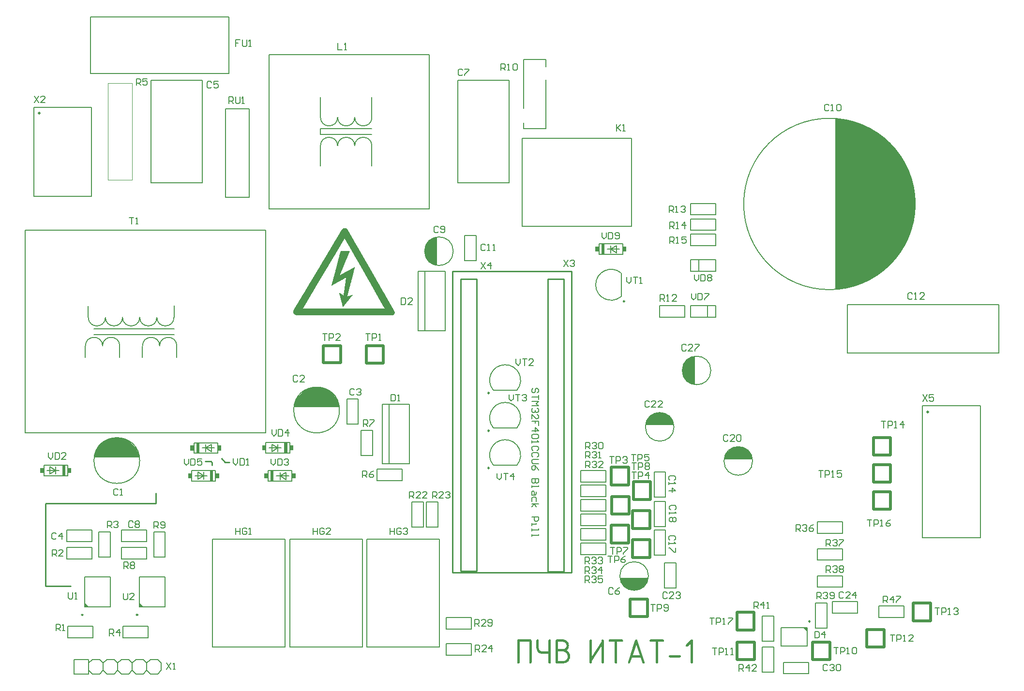
<source format=gto>
G04*
G04 #@! TF.GenerationSoftware,Altium Limited,Altium Designer,21.2.0 (30)*
G04*
G04 Layer_Color=65535*
%FSAX44Y44*%
%MOMM*%
G71*
G04*
G04 #@! TF.SameCoordinates,F656A266-89EA-4B56-B237-F6EBBDAECB67*
G04*
G04*
G04 #@! TF.FilePolarity,Positive*
G04*
G01*
G75*
%ADD10C,0.2000*%
%ADD11C,0.2500*%
%ADD12C,0.5000*%
%ADD13C,0.2540*%
%ADD14C,0.1524*%
%ADD15C,0.5000*%
%ADD16C,0.1000*%
%ADD17C,0.1778*%
G36*
X00443216Y01927814D02*
X00436900D01*
Y01936321D01*
X00443216D01*
Y01927814D01*
D02*
G37*
G36*
X00317360Y01927689D02*
X00311001D01*
Y01936190D01*
X00317360D01*
Y01927689D01*
D02*
G37*
G36*
X00365350Y01927683D02*
X00359034D01*
Y01936190D01*
X00365350D01*
Y01927683D01*
D02*
G37*
G36*
X00326750Y01922423D02*
X00321641D01*
Y01941140D01*
X00326750D01*
Y01922423D01*
D02*
G37*
G36*
X00186750Y01949750D02*
X00193750Y01948500D01*
X00201000Y01945500D01*
X00206500Y01942000D01*
X00212000Y01937000D01*
X00216250Y01931250D01*
X00220500Y01922250D01*
X00222500Y01915000D01*
X00142500D01*
X00144500Y01923000D01*
X00148000Y01930500D01*
X00152500Y01936250D01*
X00157500Y01941250D01*
X00164750Y01945750D01*
X00171500Y01948500D01*
X00179250Y01950000D01*
X00186750Y01949750D01*
D02*
G37*
G36*
X00102749Y01888310D02*
X00096390D01*
Y01896811D01*
X00102749D01*
Y01888310D01*
D02*
G37*
G36*
X00054716D02*
X00048400D01*
Y01896817D01*
X00054716D01*
Y01888310D01*
D02*
G37*
G36*
X00092109Y01883360D02*
X00087000D01*
Y01902077D01*
X00092109D01*
Y01883360D01*
D02*
G37*
G36*
X00361499Y01879060D02*
X00355140D01*
Y01887561D01*
X00361499D01*
Y01879060D01*
D02*
G37*
G36*
X00313466D02*
X00307150D01*
Y01887567D01*
X00313466D01*
Y01879060D01*
D02*
G37*
G36*
X00447110Y01878935D02*
X00440751D01*
Y01887436D01*
X00447110D01*
Y01878935D01*
D02*
G37*
G36*
X00350859Y01874110D02*
X00345750D01*
Y01892827D01*
X00350859D01*
Y01874110D01*
D02*
G37*
G36*
X00456500Y01873669D02*
X00451391D01*
Y01892386D01*
X00456500D01*
Y01873669D01*
D02*
G37*
G36*
X00229200Y01654000D02*
X00222000Y01654000D01*
X00222000Y01661200D01*
X00229200Y01654000D01*
D02*
G37*
G36*
X00133200D02*
X00126000Y01654000D01*
X00126000Y01661200D01*
X00133200Y01654000D01*
D02*
G37*
G36*
X00536250Y02038250D02*
X00543250Y02037000D01*
X00550500Y02034000D01*
X00556000Y02030500D01*
X00561500Y02025500D01*
X00565750Y02019750D01*
X00570000Y02010750D01*
X00572000Y02003500D01*
X00492000D01*
X00494000Y02011500D01*
X00497500Y02019000D01*
X00502000Y02024750D01*
X00507000Y02029750D01*
X00514250Y02034250D01*
X00521000Y02037000D01*
X00528750Y02038500D01*
X00536250Y02038250D01*
D02*
G37*
G36*
X00491249Y01927814D02*
X00484890D01*
Y01936315D01*
X00491249D01*
Y01927814D01*
D02*
G37*
G36*
X00480609Y01922864D02*
X00475500D01*
Y01941581D01*
X00480609D01*
Y01922864D01*
D02*
G37*
G36*
X00495100Y01878929D02*
X00488784D01*
Y01887436D01*
X00495100D01*
Y01878929D01*
D02*
G37*
G36*
X00582251Y02316813D02*
X00583000D01*
Y02316626D01*
X00583562D01*
Y02316438D01*
X00583937D01*
Y02316251D01*
X00584124D01*
Y02316064D01*
X00584498D01*
Y02315876D01*
X00584686D01*
Y02315689D01*
X00585060D01*
Y02315315D01*
X00585435D01*
Y02315127D01*
X00585622D01*
Y02314940D01*
X00585809D01*
Y02314566D01*
X00586184D01*
Y02314191D01*
X00586371D01*
Y02314004D01*
X00586558D01*
Y02313629D01*
X00586746D01*
Y02313442D01*
X00586933D01*
Y02313067D01*
X00587120D01*
Y02312880D01*
X00587308D01*
Y02312505D01*
X00587495D01*
Y02312318D01*
X00587682D01*
Y02311944D01*
X00587869D01*
Y02311569D01*
X00588057D01*
Y02311195D01*
X00588244D01*
Y02311007D01*
X00588431D01*
Y02310446D01*
X00588619D01*
Y02310071D01*
X00588806D01*
Y02309696D01*
X00588993D01*
Y02309509D01*
X00589180D01*
Y02309135D01*
X00589368D01*
Y02308760D01*
X00589555D01*
Y02308385D01*
X00589742D01*
Y02308198D01*
X00589929D01*
Y02307824D01*
X00590117D01*
Y02307636D01*
X00590304D01*
Y02307262D01*
X00590491D01*
Y02306887D01*
X00590678D01*
Y02306513D01*
X00590866D01*
Y02306138D01*
X00591053D01*
Y02305764D01*
X00591240D01*
Y02305576D01*
X00591428D01*
Y02305014D01*
X00591615D01*
Y02304827D01*
X00591802D01*
Y02304453D01*
X00591989D01*
Y02304265D01*
X00592177D01*
Y02303891D01*
X00592364D01*
Y02303704D01*
X00592551D01*
Y02303142D01*
X00592738D01*
Y02302955D01*
X00592926D01*
Y02302580D01*
X00593113D01*
Y02302393D01*
X00593300D01*
Y02301831D01*
X00593488D01*
Y02301456D01*
X00593675D01*
Y02301082D01*
X00593862D01*
Y02300894D01*
X00594049D01*
Y02300520D01*
X00594237D01*
Y02300333D01*
X00594424D01*
Y02299771D01*
X00594611D01*
Y02299583D01*
X00594799D01*
Y02299209D01*
X00594986D01*
Y02299022D01*
X00595173D01*
Y02298647D01*
X00595360D01*
Y02298460D01*
X00595548D01*
Y02297898D01*
X00595735D01*
Y02297523D01*
X00595922D01*
Y02297149D01*
X00596110D01*
Y02296962D01*
X00596297D01*
Y02296774D01*
X00596484D01*
Y02296400D01*
X00596671D01*
Y02295838D01*
X00596859D01*
Y02295651D01*
X00597046D01*
Y02295276D01*
X00597233D01*
Y02295089D01*
X00597420D01*
Y02294714D01*
X00597608D01*
Y02294527D01*
X00597795D01*
Y02293965D01*
X00597982D01*
Y02293778D01*
X00598170D01*
Y02293403D01*
X00598357D01*
Y02293029D01*
X00598544D01*
Y02292654D01*
X00598731D01*
Y02292280D01*
X00598919D01*
Y02292092D01*
X00599106D01*
Y02291718D01*
X00599293D01*
Y02291343D01*
X00599480D01*
Y02291156D01*
X00599668D01*
Y02290782D01*
X00599855D01*
Y02290407D01*
X00600042D01*
Y02290033D01*
X00600229D01*
Y02289845D01*
X00600417D01*
Y02289471D01*
X00600604D01*
Y02289096D01*
X00600791D01*
Y02288722D01*
X00600979D01*
Y02288534D01*
X00601166D01*
Y02287973D01*
X00601353D01*
Y02287785D01*
X00601540D01*
Y02287411D01*
X00601728D01*
Y02287223D01*
X00601915D01*
Y02286849D01*
X00602102D01*
Y02286662D01*
X00602290D01*
Y02286287D01*
X00602477D01*
Y02285912D01*
X00602664D01*
Y02285538D01*
X00602851D01*
Y02285351D01*
X00603039D01*
Y02284976D01*
X00603226D01*
Y02284601D01*
X00603413D01*
Y02284227D01*
X00603601D01*
Y02283852D01*
X00603788D01*
Y02283478D01*
X00603975D01*
Y02283291D01*
X00604162D01*
Y02282916D01*
X00604350D01*
Y02282729D01*
X00604537D01*
Y02282354D01*
X00604724D01*
Y02281980D01*
X00604911D01*
Y02281605D01*
X00605099D01*
Y02281418D01*
X00605286D01*
Y02281043D01*
X00605473D01*
Y02280669D01*
X00605661D01*
Y02280294D01*
X00605848D01*
Y02280107D01*
X00606035D01*
Y02279732D01*
X00606222D01*
Y02279545D01*
X00606410D01*
Y02278983D01*
X00606597D01*
Y02278609D01*
X00606784D01*
Y02278234D01*
X00606972D01*
Y02278047D01*
X00607159D01*
Y02277672D01*
X00607346D01*
Y02277485D01*
X00607533D01*
Y02277110D01*
X00607721D01*
Y02276736D01*
X00607908D01*
Y02276361D01*
X00608095D01*
Y02276174D01*
X00608282D01*
Y02275800D01*
X00608470D01*
Y02275612D01*
X00608657D01*
Y02275051D01*
X00608844D01*
Y02274863D01*
X00609031D01*
Y02274301D01*
X00609219D01*
Y02274114D01*
X00609406D01*
Y02273739D01*
X00609593D01*
Y02273552D01*
X00609781D01*
Y02273178D01*
X00609968D01*
Y02272990D01*
X00610155D01*
Y02272429D01*
X00610342D01*
Y02272241D01*
X00610530D01*
Y02271867D01*
X00610717D01*
Y02271680D01*
X00610904D01*
Y02271118D01*
X00611091D01*
Y02270930D01*
X00611279D01*
Y02270556D01*
X00611466D01*
Y02270369D01*
X00611653D01*
Y02269994D01*
X00611841D01*
Y02269807D01*
X00612028D01*
Y02269245D01*
X00612215D01*
Y02269058D01*
X00612402D01*
Y02268683D01*
X00612590D01*
Y02268496D01*
X00612777D01*
Y02267934D01*
X00612964D01*
Y02267747D01*
X00613152D01*
Y02267372D01*
X00613339D01*
Y02267185D01*
X00613526D01*
Y02266623D01*
X00613713D01*
Y02266436D01*
X00613901D01*
Y02266061D01*
X00614088D01*
Y02265687D01*
X00614275D01*
Y02265312D01*
X00614462D01*
Y02265125D01*
X00614650D01*
Y02264750D01*
X00614837D01*
Y02264563D01*
X00615024D01*
Y02264001D01*
X00615212D01*
Y02263814D01*
X00615399D01*
Y02263627D01*
X00615586D01*
Y02263252D01*
X00615773D01*
Y02262878D01*
X00615961D01*
Y02262503D01*
X00616148D01*
Y02262128D01*
X00616335D01*
Y02261941D01*
X00616522D01*
Y02261567D01*
X00616710D01*
Y02261379D01*
X00616897D01*
Y02261005D01*
X00617084D01*
Y02260630D01*
X00617272D01*
Y02260256D01*
X00617459D01*
Y02259881D01*
X00617646D01*
Y02259507D01*
X00617833D01*
Y02259319D01*
X00618021D01*
Y02258945D01*
X00618208D01*
Y02258570D01*
X00618395D01*
Y02258196D01*
X00618582D01*
Y02258008D01*
X00618770D01*
Y02257634D01*
X00618957D01*
Y02257259D01*
X00619144D01*
Y02257072D01*
X00619332D01*
Y02256698D01*
X00619519D01*
Y02256323D01*
X00619706D01*
Y02255948D01*
X00619893D01*
Y02255761D01*
X00620081D01*
Y02255387D01*
X00620268D01*
Y02255012D01*
X00620455D01*
Y02254825D01*
X00620643D01*
Y02254450D01*
X00620830D01*
Y02254263D01*
X00621017D01*
Y02253701D01*
X00621204D01*
Y02253514D01*
X00621392D01*
Y02252952D01*
X00621579D01*
Y02252765D01*
X00621766D01*
Y02252390D01*
X00621954D01*
Y02252203D01*
X00622141D01*
Y02251828D01*
X00622328D01*
Y02251641D01*
X00622515D01*
Y02251266D01*
X00622703D01*
Y02250892D01*
X00622890D01*
Y02250517D01*
X00623077D01*
Y02250330D01*
X00623264D01*
Y02249955D01*
X00623452D01*
Y02249768D01*
X00623639D01*
Y02249206D01*
X00623826D01*
Y02249019D01*
X00624013D01*
Y02248645D01*
X00624201D01*
Y02248270D01*
X00624388D01*
Y02248083D01*
X00624575D01*
Y02247896D01*
X00624763D01*
Y02247334D01*
X00624950D01*
Y02247146D01*
X00625137D01*
Y02246772D01*
X00625324D01*
Y02246397D01*
X00625512D01*
Y02246023D01*
X00625699D01*
Y02245648D01*
X00625886D01*
Y02245274D01*
X00626073D01*
Y02245086D01*
X00626261D01*
Y02244899D01*
X00626448D01*
Y02244525D01*
X00626635D01*
Y02244150D01*
X00626823D01*
Y02243775D01*
X00627010D01*
Y02243401D01*
X00627197D01*
Y02243214D01*
X00627384D01*
Y02242652D01*
X00627572D01*
Y02242464D01*
X00627759D01*
Y02242090D01*
X00627946D01*
Y02241715D01*
X00628134D01*
Y02241341D01*
X00628321D01*
Y02240966D01*
X00628508D01*
Y02240592D01*
X00628695D01*
Y02240405D01*
X00628883D01*
Y02240030D01*
X00629070D01*
Y02239843D01*
X00629257D01*
Y02239468D01*
X00629445D01*
Y02239094D01*
X00629632D01*
Y02238719D01*
X00629819D01*
Y02238532D01*
X00630006D01*
Y02238157D01*
X00630194D01*
Y02237783D01*
X00630381D01*
Y02237408D01*
X00630568D01*
Y02237034D01*
X00630755D01*
Y02236659D01*
X00630943D01*
Y02236472D01*
X00631130D01*
Y02236097D01*
X00631317D01*
Y02235723D01*
X00631505D01*
Y02235348D01*
X00631692D01*
Y02235161D01*
X00631879D01*
Y02234599D01*
X00632066D01*
Y02234412D01*
X00632254D01*
Y02234037D01*
X00632441D01*
Y02233850D01*
X00632628D01*
Y02233475D01*
X00632815D01*
Y02233101D01*
X00633003D01*
Y02232726D01*
X00633190D01*
Y02232352D01*
X00633377D01*
Y02231977D01*
X00633564D01*
Y02231790D01*
X00633752D01*
Y02231415D01*
X00633939D01*
Y02231228D01*
X00634126D01*
Y02230666D01*
X00634314D01*
Y02230479D01*
X00634501D01*
Y02230104D01*
X00634688D01*
Y02229917D01*
X00634875D01*
Y02229355D01*
X00635063D01*
Y02229168D01*
X00635250D01*
Y02228793D01*
X00635437D01*
Y02228419D01*
X00635625D01*
Y02228232D01*
X00635812D01*
Y02227857D01*
X00635999D01*
Y02227482D01*
X00636186D01*
Y02227108D01*
X00636374D01*
Y02226733D01*
X00636561D01*
Y02226546D01*
X00636748D01*
Y02226172D01*
X00636936D01*
Y02225797D01*
X00637123D01*
Y02225423D01*
X00637310D01*
Y02225235D01*
X00637497D01*
Y02224861D01*
X00637685D01*
Y02224673D01*
X00637872D01*
Y02224299D01*
X00638059D01*
Y02223737D01*
X00638246D01*
Y02223550D01*
X00638434D01*
Y02223362D01*
X00638621D01*
Y02222988D01*
X00638808D01*
Y02222613D01*
X00638996D01*
Y02222239D01*
X00639183D01*
Y02221864D01*
X00639370D01*
Y02221490D01*
X00639557D01*
Y02221302D01*
X00639745D01*
Y02220928D01*
X00639932D01*
Y02220741D01*
X00640119D01*
Y02220179D01*
X00640306D01*
Y02219991D01*
X00640494D01*
Y02219617D01*
X00640681D01*
Y02219242D01*
X00640868D01*
Y02218868D01*
X00641056D01*
Y02218681D01*
X00641243D01*
Y02218306D01*
X00641430D01*
Y02218119D01*
X00641617D01*
Y02217744D01*
X00641805D01*
Y02217370D01*
X00641992D01*
Y02216995D01*
X00642179D01*
Y02216620D01*
X00642366D01*
Y02216246D01*
X00642554D01*
Y02216059D01*
X00642741D01*
Y02215684D01*
X00642928D01*
Y02215497D01*
X00643116D01*
Y02215122D01*
X00643303D01*
Y02214748D01*
X00643490D01*
Y02214373D01*
X00643677D01*
Y02214186D01*
X00643865D01*
Y02213624D01*
X00644052D01*
Y02213437D01*
X00644239D01*
Y02213062D01*
X00644426D01*
Y02212875D01*
X00644614D01*
Y02212500D01*
X00644801D01*
Y02212126D01*
X00644988D01*
Y02211751D01*
X00645176D01*
Y02211377D01*
X00645363D01*
Y02211190D01*
X00645550D01*
Y02211002D01*
X00645737D01*
Y02210628D01*
X00645925D01*
Y02210253D01*
X00646112D01*
Y02209691D01*
X00646299D01*
Y02209504D01*
X00646487D01*
Y02209129D01*
X00646674D01*
Y02208755D01*
X00646861D01*
Y02208568D01*
X00647048D01*
Y02208380D01*
X00647236D01*
Y02207819D01*
X00647423D01*
Y02207631D01*
X00647610D01*
Y02207070D01*
X00647797D01*
Y02206882D01*
X00647985D01*
Y02206508D01*
X00648172D01*
Y02206133D01*
X00648359D01*
Y02205759D01*
X00648547D01*
Y02205571D01*
X00648734D01*
Y02205197D01*
X00648921D01*
Y02205009D01*
X00649108D01*
Y02204448D01*
X00649296D01*
Y02204260D01*
X00649483D01*
Y02203886D01*
X00649670D01*
Y02203698D01*
X00649857D01*
Y02203137D01*
X00650045D01*
Y02202949D01*
X00650232D01*
Y02202575D01*
X00650419D01*
Y02202388D01*
X00650607D01*
Y02202013D01*
X00650794D01*
Y02201826D01*
X00650981D01*
Y02201264D01*
X00651168D01*
Y02201077D01*
X00651356D01*
Y02200702D01*
X00651543D01*
Y02200515D01*
X00651730D01*
Y02200140D01*
X00651917D01*
Y02199766D01*
X00652105D01*
Y02199391D01*
X00652292D01*
Y02199017D01*
X00652479D01*
Y02198642D01*
X00652667D01*
Y02198268D01*
X00652854D01*
Y02197893D01*
X00653041D01*
Y02197706D01*
X00653229D01*
Y02197331D01*
X00653416D01*
Y02197144D01*
X00653603D01*
Y02196769D01*
X00653790D01*
Y02196582D01*
X00653978D01*
Y02196020D01*
X00654165D01*
Y02195833D01*
X00654352D01*
Y02195458D01*
X00654539D01*
Y02195084D01*
X00654727D01*
Y02194709D01*
X00654914D01*
Y02194522D01*
X00655101D01*
Y02194147D01*
X00655288D01*
Y02193773D01*
X00655476D01*
Y02193398D01*
X00655663D01*
Y02193211D01*
X00655850D01*
Y02192837D01*
X00656038D01*
Y02192462D01*
X00656225D01*
Y02192088D01*
X00656412D01*
Y02191900D01*
X00656599D01*
Y02191526D01*
X00656787D01*
Y02191338D01*
X00656974D01*
Y02190777D01*
X00657161D01*
Y02190589D01*
X00657348D01*
Y02190215D01*
X00657536D01*
Y02189840D01*
X00657723D01*
Y02189466D01*
X00657910D01*
Y02189278D01*
X00658098D01*
Y02188904D01*
X00658285D01*
Y02188529D01*
X00658472D01*
Y02188342D01*
X00658659D01*
Y02187967D01*
X00658847D01*
Y02187593D01*
X00659034D01*
Y02187406D01*
X00659221D01*
Y02186844D01*
X00659409D01*
Y02186656D01*
X00659596D01*
Y02186282D01*
X00659783D01*
Y02186095D01*
X00659970D01*
Y02185533D01*
X00660158D01*
Y02185345D01*
X00660345D01*
Y02184971D01*
X00660532D01*
Y02184596D01*
X00660720D01*
Y02184222D01*
X00660907D01*
Y02184035D01*
X00661094D01*
Y02183660D01*
X00661281D01*
Y02183286D01*
X00661469D01*
Y02182911D01*
X00661656D01*
Y02182724D01*
X00661843D01*
Y02182349D01*
X00662030D01*
Y02182162D01*
X00662218D01*
Y02181787D01*
X00662405D01*
Y02181413D01*
X00662592D01*
Y02181038D01*
X00662779D01*
Y02180851D01*
X00662967D01*
Y02180289D01*
X00663154D01*
Y02180102D01*
X00663341D01*
Y02179727D01*
X00663529D01*
Y02179540D01*
X00663716D01*
Y02178978D01*
X00663903D01*
Y02178791D01*
X00664090D01*
Y02178416D01*
X00664278D01*
Y02178229D01*
X00664465D01*
Y02177854D01*
X00664652D01*
Y02177480D01*
X00664839D01*
Y02177105D01*
X00665027D01*
Y02176918D01*
X00665214D01*
Y02176544D01*
X00665401D01*
Y02176169D01*
X00665589D01*
Y02175795D01*
X00665776D01*
Y02175607D01*
X00665963D01*
Y02175045D01*
X00666151D01*
Y02174858D01*
X00666338D01*
Y02174484D01*
X00666525D01*
Y02174296D01*
X00666712D01*
Y02173922D01*
X00666900D01*
Y02173547D01*
X00667087D01*
Y02173173D01*
X00667274D01*
Y02172985D01*
X00667461D01*
Y02172611D01*
X00667649D01*
Y02172236D01*
X00667836D01*
Y02171674D01*
X00668023D01*
Y02171300D01*
X00668211D01*
Y02170925D01*
X00668398D01*
Y02170551D01*
X00668585D01*
Y02167742D01*
X00668398D01*
Y02167180D01*
X00668211D01*
Y02166618D01*
X00668023D01*
Y02166243D01*
X00667836D01*
Y02165869D01*
X00667649D01*
Y02165682D01*
X00667461D01*
Y02165494D01*
X00667274D01*
Y02165307D01*
X00667087D01*
Y02165120D01*
X00666900D01*
Y02164933D01*
X00666712D01*
Y02164745D01*
X00666525D01*
Y02164558D01*
X00666338D01*
Y02164371D01*
X00665963D01*
Y02164183D01*
X00496479D01*
Y02164371D01*
X00495730D01*
Y02164558D01*
X00495168D01*
Y02164745D01*
X00494981D01*
Y02164933D01*
X00494419D01*
Y02165120D01*
X00494232D01*
Y02165307D01*
X00493857D01*
Y02165494D01*
X00493483D01*
Y02165682D01*
X00493295D01*
Y02165869D01*
X00493108D01*
Y02166056D01*
X00492921D01*
Y02166243D01*
X00492733D01*
Y02166431D01*
X00492546D01*
Y02166618D01*
X00492359D01*
Y02166805D01*
X00492172D01*
Y02167180D01*
X00491984D01*
Y02167367D01*
X00491797D01*
Y02167742D01*
X00491610D01*
Y02167929D01*
X00491423D01*
Y02168491D01*
X00491235D01*
Y02169053D01*
X00491048D01*
Y02171862D01*
X00491235D01*
Y02172611D01*
X00491423D01*
Y02172985D01*
X00491610D01*
Y02173173D01*
X00491797D01*
Y02173547D01*
X00491984D01*
Y02173922D01*
X00492172D01*
Y02174484D01*
X00492359D01*
Y02174671D01*
X00492546D01*
Y02175045D01*
X00492733D01*
Y02175420D01*
X00492921D01*
Y02175607D01*
X00493108D01*
Y02175982D01*
X00493295D01*
Y02176356D01*
X00493483D01*
Y02176544D01*
X00493670D01*
Y02176918D01*
X00493857D01*
Y02177105D01*
X00494044D01*
Y02177667D01*
X00494232D01*
Y02177854D01*
X00494419D01*
Y02178229D01*
X00494606D01*
Y02178604D01*
X00494794D01*
Y02178791D01*
X00494981D01*
Y02179165D01*
X00495168D01*
Y02179540D01*
X00495355D01*
Y02179727D01*
X00495543D01*
Y02180102D01*
X00495730D01*
Y02180289D01*
X00495917D01*
Y02180851D01*
X00496104D01*
Y02181038D01*
X00496292D01*
Y02181413D01*
X00496479D01*
Y02181600D01*
X00496666D01*
Y02181975D01*
X00496853D01*
Y02182162D01*
X00497041D01*
Y02182536D01*
X00497228D01*
Y02182724D01*
X00497415D01*
Y02183098D01*
X00497603D01*
Y02183286D01*
X00497790D01*
Y02183847D01*
X00497977D01*
Y02184035D01*
X00498164D01*
Y02184409D01*
X00498352D01*
Y02184784D01*
X00498539D01*
Y02184971D01*
X00498726D01*
Y02185345D01*
X00498913D01*
Y02185533D01*
X00499101D01*
Y02185720D01*
X00499288D01*
Y02186282D01*
X00499475D01*
Y02186469D01*
X00499663D01*
Y02186844D01*
X00499850D01*
Y02187031D01*
X00500037D01*
Y02187593D01*
X00500224D01*
Y02187780D01*
X00500412D01*
Y02188155D01*
X00500599D01*
Y02188342D01*
X00500786D01*
Y02188716D01*
X00500974D01*
Y02189091D01*
X00501161D01*
Y02189278D01*
X00501348D01*
Y02189653D01*
X00501535D01*
Y02190027D01*
X00501723D01*
Y02190215D01*
X00501910D01*
Y02190777D01*
X00502285D01*
Y02191338D01*
X00502472D01*
Y02191526D01*
X00502659D01*
Y02191900D01*
X00502846D01*
Y02192088D01*
X00503034D01*
Y02192462D01*
X00503221D01*
Y02192649D01*
X00503408D01*
Y02193211D01*
X00503595D01*
Y02193398D01*
X00503783D01*
Y02193773D01*
X00503970D01*
Y02194147D01*
X00504157D01*
Y02194335D01*
X00504344D01*
Y02194522D01*
X00504532D01*
Y02195084D01*
X00504719D01*
Y02195271D01*
X00504906D01*
Y02195646D01*
X00505094D01*
Y02195833D01*
X00505281D01*
Y02196207D01*
X00505468D01*
Y02196395D01*
X00505656D01*
Y02196769D01*
X00505843D01*
Y02197144D01*
X00506030D01*
Y02197518D01*
X00506217D01*
Y02197706D01*
X00506404D01*
Y02198080D01*
X00506592D01*
Y02198268D01*
X00506779D01*
Y02198642D01*
X00506966D01*
Y02198829D01*
X00507154D01*
Y02199204D01*
X00507341D01*
Y02199391D01*
X00507528D01*
Y02199766D01*
X00507715D01*
Y02200140D01*
X00507903D01*
Y02200515D01*
X00508090D01*
Y02200702D01*
X00508277D01*
Y02201077D01*
X00508465D01*
Y02201264D01*
X00508652D01*
Y02201638D01*
X00508839D01*
Y02201826D01*
X00509026D01*
Y02202200D01*
X00509214D01*
Y02202388D01*
X00509401D01*
Y02202949D01*
X00509588D01*
Y02203137D01*
X00509776D01*
Y02203511D01*
X00509963D01*
Y02203886D01*
X00510150D01*
Y02204260D01*
X00510525D01*
Y02204822D01*
X00510712D01*
Y02205009D01*
X00510899D01*
Y02205384D01*
X00511087D01*
Y02205571D01*
X00511274D01*
Y02205946D01*
X00511461D01*
Y02206133D01*
X00511648D01*
Y02206508D01*
X00511836D01*
Y02206882D01*
X00512023D01*
Y02207257D01*
X00512210D01*
Y02207444D01*
X00512397D01*
Y02207819D01*
X00512585D01*
Y02208193D01*
X00512772D01*
Y02208380D01*
X00512959D01*
Y02208755D01*
X00513147D01*
Y02209129D01*
X00513334D01*
Y02209317D01*
X00513521D01*
Y02209879D01*
X00513708D01*
Y02210066D01*
X00513896D01*
Y02210440D01*
X00514083D01*
Y02210628D01*
X00514270D01*
Y02211002D01*
X00514457D01*
Y02211190D01*
X00514645D01*
Y02211751D01*
X00514832D01*
Y02211939D01*
X00515019D01*
Y02212313D01*
X00515206D01*
Y02212500D01*
X00515394D01*
Y02212875D01*
X00515581D01*
Y02213062D01*
X00515768D01*
Y02213437D01*
X00515956D01*
Y02213811D01*
X00516143D01*
Y02214186D01*
X00516330D01*
Y02214373D01*
X00516517D01*
Y02214748D01*
X00516705D01*
Y02215122D01*
X00516892D01*
Y02215497D01*
X00517079D01*
Y02215684D01*
X00517267D01*
Y02215871D01*
X00517454D01*
Y02216246D01*
X00517641D01*
Y02216620D01*
X00517828D01*
Y02216808D01*
X00518016D01*
Y02217182D01*
X00518203D01*
Y02217370D01*
X00518390D01*
Y02217744D01*
X00518577D01*
Y02218119D01*
X00518765D01*
Y02218493D01*
X00518952D01*
Y02218681D01*
X00519139D01*
Y02219055D01*
X00519327D01*
Y02219242D01*
X00519514D01*
Y02219804D01*
X00519701D01*
Y02219991D01*
X00519888D01*
Y02220366D01*
X00520076D01*
Y02220553D01*
X00520263D01*
Y02220928D01*
X00520450D01*
Y02221115D01*
X00520638D01*
Y02221677D01*
X00520825D01*
Y02221864D01*
X00521012D01*
Y02222239D01*
X00521199D01*
Y02222613D01*
X00521387D01*
Y02222988D01*
X00521574D01*
Y02223175D01*
X00521761D01*
Y02223362D01*
X00521948D01*
Y02223737D01*
X00522136D01*
Y02224112D01*
X00522323D01*
Y02224299D01*
X00522510D01*
Y02224673D01*
X00522697D01*
Y02225048D01*
X00522885D01*
Y02225423D01*
X00523072D01*
Y02225610D01*
X00523259D01*
Y02225984D01*
X00523447D01*
Y02226172D01*
X00523634D01*
Y02226733D01*
X00523821D01*
Y02226921D01*
X00524008D01*
Y02227108D01*
X00524196D01*
Y02227482D01*
X00524383D01*
Y02227857D01*
X00524570D01*
Y02228044D01*
X00524757D01*
Y02228606D01*
X00524945D01*
Y02228793D01*
X00525132D01*
Y02229168D01*
X00525319D01*
Y02229355D01*
X00525507D01*
Y02229730D01*
X00525694D01*
Y02229917D01*
X00525881D01*
Y02230292D01*
X00526068D01*
Y02230666D01*
X00526256D01*
Y02231041D01*
X00526443D01*
Y02231228D01*
X00526630D01*
Y02231603D01*
X00526818D01*
Y02231790D01*
X00527005D01*
Y02232164D01*
X00527192D01*
Y02232352D01*
X00527379D01*
Y02232914D01*
X00527567D01*
Y02233101D01*
X00527754D01*
Y02233663D01*
X00527941D01*
Y02233850D01*
X00528129D01*
Y02234224D01*
X00528316D01*
Y02234599D01*
X00528503D01*
Y02234786D01*
X00528690D01*
Y02235161D01*
X00528878D01*
Y02235535D01*
X00529065D01*
Y02235723D01*
X00529252D01*
Y02236097D01*
X00529439D01*
Y02236284D01*
X00529627D01*
Y02236659D01*
X00529814D01*
Y02237034D01*
X00530001D01*
Y02237221D01*
X00530188D01*
Y02237595D01*
X00530376D01*
Y02237970D01*
X00530563D01*
Y02238157D01*
X00530750D01*
Y02238532D01*
X00530938D01*
Y02238719D01*
X00531125D01*
Y02239281D01*
X00531312D01*
Y02239468D01*
X00531499D01*
Y02239843D01*
X00531687D01*
Y02240030D01*
X00531874D01*
Y02240405D01*
X00532061D01*
Y02240779D01*
X00532249D01*
Y02241154D01*
X00532436D01*
Y02241341D01*
X00532623D01*
Y02241715D01*
X00532810D01*
Y02241903D01*
X00532998D01*
Y02242277D01*
X00533185D01*
Y02242652D01*
X00533372D01*
Y02242839D01*
X00533559D01*
Y02243214D01*
X00533747D01*
Y02243588D01*
X00533934D01*
Y02243775D01*
X00534121D01*
Y02244150D01*
X00534309D01*
Y02244337D01*
X00534496D01*
Y02244712D01*
X00534683D01*
Y02245086D01*
X00534870D01*
Y02245461D01*
X00535058D01*
Y02245648D01*
X00535245D01*
Y02246023D01*
X00535432D01*
Y02246210D01*
X00535620D01*
Y02246585D01*
X00535807D01*
Y02246772D01*
X00535994D01*
Y02247334D01*
X00536181D01*
Y02247521D01*
X00536369D01*
Y02247708D01*
X00536556D01*
Y02248083D01*
X00536743D01*
Y02248457D01*
X00536930D01*
Y02248645D01*
X00537118D01*
Y02249206D01*
X00537305D01*
Y02249394D01*
X00537492D01*
Y02249768D01*
X00537679D01*
Y02249955D01*
X00537867D01*
Y02250330D01*
X00538054D01*
Y02250705D01*
X00538241D01*
Y02250892D01*
X00538429D01*
Y02251266D01*
X00538616D01*
Y02251641D01*
X00538803D01*
Y02251828D01*
X00538991D01*
Y02252203D01*
X00539178D01*
Y02252577D01*
X00539365D01*
Y02252765D01*
X00539552D01*
Y02253139D01*
X00539740D01*
Y02253327D01*
X00539927D01*
Y02253701D01*
X00540114D01*
Y02254076D01*
X00540301D01*
Y02254450D01*
X00540489D01*
Y02254825D01*
X00540676D01*
Y02255012D01*
X00540863D01*
Y02255574D01*
X00541050D01*
Y02255761D01*
X00541238D01*
Y02255948D01*
X00541425D01*
Y02256323D01*
X00541612D01*
Y02256698D01*
X00541800D01*
Y02256885D01*
X00541987D01*
Y02257259D01*
X00542174D01*
Y02257634D01*
X00542361D01*
Y02258008D01*
X00542549D01*
Y02258196D01*
X00542736D01*
Y02258570D01*
X00542923D01*
Y02258757D01*
X00543111D01*
Y02259132D01*
X00543298D01*
Y02259507D01*
X00543485D01*
Y02259881D01*
X00543672D01*
Y02260068D01*
X00543860D01*
Y02260443D01*
X00544047D01*
Y02260630D01*
X00544234D01*
Y02261005D01*
X00544422D01*
Y02261192D01*
X00544609D01*
Y02261567D01*
X00544796D01*
Y02261754D01*
X00544983D01*
Y02262128D01*
X00545171D01*
Y02262503D01*
X00545358D01*
Y02262878D01*
X00545545D01*
Y02263065D01*
X00545732D01*
Y02263439D01*
X00545920D01*
Y02263814D01*
X00546107D01*
Y02264001D01*
X00546294D01*
Y02264376D01*
X00546482D01*
Y02264750D01*
X00546669D01*
Y02264938D01*
X00546856D01*
Y02265312D01*
X00547043D01*
Y02265687D01*
X00547231D01*
Y02266061D01*
X00547418D01*
Y02266248D01*
X00547605D01*
Y02266623D01*
X00547792D01*
Y02266998D01*
X00547980D01*
Y02267185D01*
X00548167D01*
Y02267372D01*
X00548354D01*
Y02267934D01*
X00548541D01*
Y02268121D01*
X00548729D01*
Y02268496D01*
X00548916D01*
Y02268683D01*
X00549103D01*
Y02269058D01*
X00549291D01*
Y02269432D01*
X00549478D01*
Y02269807D01*
X00549665D01*
Y02270181D01*
X00549852D01*
Y02270369D01*
X00550040D01*
Y02270556D01*
X00550227D01*
Y02271118D01*
X00550414D01*
Y02271305D01*
X00550602D01*
Y02271680D01*
X00550789D01*
Y02271867D01*
X00550976D01*
Y02272429D01*
X00551163D01*
Y02272616D01*
X00551351D01*
Y02272990D01*
X00551538D01*
Y02273178D01*
X00551725D01*
Y02273552D01*
X00551912D01*
Y02273739D01*
X00552100D01*
Y02274114D01*
X00552287D01*
Y02274489D01*
X00552474D01*
Y02274863D01*
X00552662D01*
Y02275051D01*
X00552849D01*
Y02275425D01*
X00553036D01*
Y02275612D01*
X00553223D01*
Y02276174D01*
X00553411D01*
Y02276361D01*
X00553598D01*
Y02276923D01*
X00553785D01*
Y02277110D01*
X00553973D01*
Y02277485D01*
X00554160D01*
Y02277672D01*
X00554347D01*
Y02278047D01*
X00554534D01*
Y02278421D01*
X00554722D01*
Y02278609D01*
X00554909D01*
Y02278983D01*
X00555096D01*
Y02279358D01*
X00555283D01*
Y02279545D01*
X00555471D01*
Y02279920D01*
X00555658D01*
Y02280107D01*
X00555845D01*
Y02280481D01*
X00556032D01*
Y02280856D01*
X00556220D01*
Y02281043D01*
X00556407D01*
Y02281418D01*
X00556594D01*
Y02281792D01*
X00556782D01*
Y02282167D01*
X00556969D01*
Y02282542D01*
X00557156D01*
Y02282729D01*
X00557343D01*
Y02283103D01*
X00557531D01*
Y02283478D01*
X00557718D01*
Y02283665D01*
X00557905D01*
Y02284040D01*
X00558093D01*
Y02284414D01*
X00558280D01*
Y02284601D01*
X00558467D01*
Y02284976D01*
X00558654D01*
Y02285163D01*
X00558842D01*
Y02285725D01*
X00559029D01*
Y02285912D01*
X00559216D01*
Y02286287D01*
X00559403D01*
Y02286474D01*
X00559591D01*
Y02286849D01*
X00559778D01*
Y02287036D01*
X00559965D01*
Y02287411D01*
X00560153D01*
Y02287785D01*
X00560340D01*
Y02288160D01*
X00560527D01*
Y02288534D01*
X00560714D01*
Y02288909D01*
X00560902D01*
Y02289096D01*
X00561089D01*
Y02289471D01*
X00561276D01*
Y02289658D01*
X00561464D01*
Y02290033D01*
X00561651D01*
Y02290407D01*
X00561838D01*
Y02290782D01*
X00562025D01*
Y02290969D01*
X00562213D01*
Y02291343D01*
X00562400D01*
Y02291531D01*
X00562587D01*
Y02291905D01*
X00562774D01*
Y02292280D01*
X00562962D01*
Y02292654D01*
X00563149D01*
Y02292842D01*
X00563336D01*
Y02293216D01*
X00563524D01*
Y02293591D01*
X00563711D01*
Y02293965D01*
X00563898D01*
Y02294153D01*
X00564085D01*
Y02294527D01*
X00564273D01*
Y02294902D01*
X00564460D01*
Y02295089D01*
X00564647D01*
Y02295276D01*
X00564835D01*
Y02295651D01*
X00565022D01*
Y02296025D01*
X00565209D01*
Y02296400D01*
X00565396D01*
Y02296587D01*
X00565584D01*
Y02296962D01*
X00565771D01*
Y02297149D01*
X00565958D01*
Y02297523D01*
X00566145D01*
Y02297898D01*
X00566333D01*
Y02298273D01*
X00566520D01*
Y02298460D01*
X00566707D01*
Y02299022D01*
X00566894D01*
Y02299209D01*
X00567082D01*
Y02299583D01*
X00567269D01*
Y02299771D01*
X00567456D01*
Y02300145D01*
X00567644D01*
Y02300333D01*
X00567831D01*
Y02300707D01*
X00568018D01*
Y02301082D01*
X00568205D01*
Y02301456D01*
X00568393D01*
Y02301644D01*
X00568580D01*
Y02301831D01*
X00568767D01*
Y02302205D01*
X00568955D01*
Y02302580D01*
X00569142D01*
Y02302767D01*
X00569329D01*
Y02303142D01*
X00569516D01*
Y02303516D01*
X00569704D01*
Y02303891D01*
X00569891D01*
Y02304078D01*
X00570078D01*
Y02304640D01*
X00570266D01*
Y02304827D01*
X00570453D01*
Y02305202D01*
X00570640D01*
Y02305389D01*
X00570827D01*
Y02305764D01*
X00571015D01*
Y02305951D01*
X00571202D01*
Y02306513D01*
X00571389D01*
Y02306700D01*
X00571576D01*
Y02306887D01*
X00571764D01*
Y02307262D01*
X00571951D01*
Y02307636D01*
X00572138D01*
Y02307824D01*
X00572326D01*
Y02308385D01*
X00572513D01*
Y02308573D01*
X00572700D01*
Y02308760D01*
X00572887D01*
Y02309135D01*
X00573075D01*
Y02309322D01*
X00573262D01*
Y02309696D01*
X00573449D01*
Y02310071D01*
X00573636D01*
Y02310446D01*
X00573824D01*
Y02310633D01*
X00574011D01*
Y02311007D01*
X00574198D01*
Y02311382D01*
X00574385D01*
Y02311569D01*
X00574573D01*
Y02311944D01*
X00574760D01*
Y02312131D01*
X00574947D01*
Y02312693D01*
X00575135D01*
Y02312880D01*
X00575322D01*
Y02313067D01*
X00575509D01*
Y02313255D01*
X00575696D01*
Y02313817D01*
X00575884D01*
Y02314004D01*
X00576071D01*
Y02314378D01*
X00576258D01*
Y02314566D01*
X00576446D01*
Y02314753D01*
X00576633D01*
Y02314940D01*
X00576820D01*
Y02315127D01*
X00577007D01*
Y02315315D01*
X00577195D01*
Y02315502D01*
X00577382D01*
Y02315689D01*
X00577569D01*
Y02315876D01*
X00577757D01*
Y02316064D01*
X00578131D01*
Y02316251D01*
X00578318D01*
Y02316438D01*
X00578693D01*
Y02316626D01*
X00579255D01*
Y02316813D01*
X00580004D01*
Y02317000D01*
X00582251D01*
Y02316813D01*
D02*
G37*
G36*
X00743000Y02301500D02*
Y02251500D01*
X00736250Y02253500D01*
X00730250Y02257000D01*
X00726750Y02260500D01*
X00724250Y02264250D01*
X00721500Y02270750D01*
X00721000Y02276500D01*
X00721750Y02282750D01*
X00724000Y02288750D01*
X00728750Y02294500D01*
X00734000Y02298500D01*
X00739000Y02300750D01*
X00742750Y02301500D01*
X00743000D01*
D02*
G37*
G36*
X01025860Y02275939D02*
X01019501D01*
Y02284440D01*
X01025860D01*
Y02275939D01*
D02*
G37*
G36*
X01062500Y01704750D02*
X01112500D01*
X01110500Y01698000D01*
X01107000Y01692000D01*
X01103500Y01688500D01*
X01099750Y01686000D01*
X01093250Y01683250D01*
X01087500Y01682750D01*
X01081250Y01683500D01*
X01075250Y01685750D01*
X01069500Y01690500D01*
X01065500Y01695750D01*
X01063250Y01700750D01*
X01062500Y01704500D01*
Y01704750D01*
D02*
G37*
G36*
X01390500Y01617450D02*
X01383300Y01617450D01*
X01390500Y01610250D01*
X01390500Y01617450D01*
D02*
G37*
G36*
X01157250Y01972000D02*
X01107250D01*
X01109250Y01978750D01*
X01112750Y01984750D01*
X01116250Y01988250D01*
X01120000Y01990750D01*
X01126500Y01993500D01*
X01132250Y01994000D01*
X01138500Y01993250D01*
X01144500Y01991000D01*
X01150250Y01986250D01*
X01154250Y01981000D01*
X01156500Y01976000D01*
X01157250Y01972250D01*
Y01972000D01*
D02*
G37*
G36*
X01294750Y01912250D02*
X01244750D01*
X01246750Y01919000D01*
X01250250Y01925000D01*
X01253750Y01928500D01*
X01257500Y01931000D01*
X01264000Y01933750D01*
X01269750Y01934250D01*
X01276000Y01933500D01*
X01282000Y01931250D01*
X01287750Y01926500D01*
X01291750Y01921250D01*
X01294000Y01916250D01*
X01294750Y01912500D01*
Y01912250D01*
D02*
G37*
G36*
X01035250Y02270673D02*
X01030141D01*
Y02289390D01*
X01035250D01*
Y02270673D01*
D02*
G37*
G36*
X01073850Y02275933D02*
X01067534D01*
Y02284440D01*
X01073850D01*
Y02275933D01*
D02*
G37*
G36*
X01193750Y02092750D02*
Y02042750D01*
X01187000Y02044750D01*
X01181000Y02048250D01*
X01177500Y02051750D01*
X01175000Y02055500D01*
X01172250Y02062000D01*
X01171750Y02067750D01*
X01172500Y02074000D01*
X01174750Y02080000D01*
X01179500Y02085750D01*
X01184750Y02089750D01*
X01189750Y02092000D01*
X01193500Y02092750D01*
X01193750D01*
D02*
G37*
G36*
X01439250Y02208750D02*
X01439250Y02508796D01*
X01464565Y02504811D01*
X01485000Y02498000D01*
X01505250Y02488250D01*
X01513750Y02482750D01*
X01525000Y02474250D01*
X01535750Y02464250D01*
X01543750Y02455500D01*
X01549750Y02448500D01*
X01560500Y02431750D01*
X01566750Y02418750D01*
X01571500Y02406750D01*
X01576250Y02389250D01*
X01578750Y02371750D01*
X01579250Y02358750D01*
X01578250Y02342000D01*
X01575750Y02326500D01*
X01571750Y02311500D01*
X01566750Y02298750D01*
X01559250Y02284000D01*
X01551750Y02272000D01*
X01538250Y02255750D01*
X01525750Y02243750D01*
X01512750Y02234000D01*
X01498500Y02225500D01*
X01489500Y02221250D01*
X01478000Y02216750D01*
X01465500Y02213250D01*
X01455250Y02211250D01*
X01439500Y02209000D01*
X01439250Y02208750D01*
D02*
G37*
G36*
X00940379Y01596730D02*
X00940824Y01596507D01*
X00941194Y01596285D01*
X00941565Y01595915D01*
X00941787Y01595397D01*
X00941861Y01594656D01*
Y01556808D01*
Y01556734D01*
Y01556512D01*
X00941787Y01556141D01*
X00941565Y01555771D01*
X00941342Y01555401D01*
X00940972Y01555030D01*
X00940454Y01554808D01*
X00939713Y01554734D01*
X00939417D01*
X00939046Y01554882D01*
X00938676Y01555030D01*
X00938306Y01555253D01*
X00937935Y01555623D01*
X00937713Y01556141D01*
X00937639Y01556808D01*
Y01571547D01*
X00926677D01*
X00926381Y01571621D01*
X00925566Y01571695D01*
X00924529Y01571917D01*
X00923344Y01572288D01*
X00922085Y01572806D01*
X00920826Y01573547D01*
X00919641Y01574584D01*
X00919493Y01574732D01*
X00919196Y01575176D01*
X00918678Y01575769D01*
X00918160Y01576658D01*
X00917567Y01577769D01*
X00917049Y01579028D01*
X00916752Y01580509D01*
X00916604Y01582065D01*
Y01594656D01*
Y01594730D01*
Y01595026D01*
X00916752Y01595322D01*
X00916900Y01595767D01*
X00917123Y01596137D01*
X00917493Y01596507D01*
X00918011Y01596730D01*
X00918678Y01596804D01*
X00919048D01*
X00919345Y01596730D01*
X00919789Y01596507D01*
X00920159Y01596285D01*
X00920530Y01595915D01*
X00920752Y01595397D01*
X00920826Y01594656D01*
Y01582065D01*
Y01581916D01*
Y01581620D01*
X00920900Y01581102D01*
X00921048Y01580509D01*
X00921270Y01579768D01*
X00921567Y01579028D01*
X00922011Y01578287D01*
X00922604Y01577547D01*
X00922678Y01577472D01*
X00922974Y01577250D01*
X00923344Y01576954D01*
X00923863Y01576658D01*
X00924529Y01576361D01*
X00925270Y01576065D01*
X00926159Y01575843D01*
X00927122Y01575769D01*
X00937639D01*
Y01594656D01*
Y01594730D01*
Y01595026D01*
X00937787Y01595322D01*
X00937935Y01595767D01*
X00938158Y01596137D01*
X00938528Y01596507D01*
X00939046Y01596730D01*
X00939713Y01596804D01*
X00940083D01*
X00940379Y01596730D01*
D02*
G37*
G36*
X01033037D02*
X01033481Y01596507D01*
X01033851Y01596285D01*
X01034222Y01595915D01*
X01034444Y01595397D01*
X01034518Y01594656D01*
Y01556808D01*
Y01556734D01*
Y01556512D01*
X01034444Y01556141D01*
X01034222Y01555771D01*
X01033999Y01555401D01*
X01033629Y01555030D01*
X01033111Y01554808D01*
X01032370Y01554734D01*
X01032074D01*
X01031703Y01554882D01*
X01031333Y01555030D01*
X01030963Y01555253D01*
X01030592Y01555623D01*
X01030370Y01556141D01*
X01030296Y01556808D01*
Y01584805D01*
X01013483Y01558882D01*
Y01558808D01*
Y01558511D01*
Y01558141D01*
Y01557697D01*
X01013409Y01556808D01*
Y01556438D01*
X01013335Y01556141D01*
Y01556067D01*
X01013261Y01555919D01*
X01013113Y01555697D01*
X01012965Y01555475D01*
X01012668Y01555178D01*
X01012372Y01554956D01*
X01011928Y01554808D01*
X01011335Y01554734D01*
X01011039D01*
X01010668Y01554882D01*
X01010298Y01555030D01*
X01009928Y01555253D01*
X01009557Y01555623D01*
X01009335Y01556141D01*
X01009261Y01556808D01*
Y01594656D01*
Y01594730D01*
Y01595026D01*
X01009409Y01595322D01*
X01009557Y01595767D01*
X01009780Y01596137D01*
X01010150Y01596507D01*
X01010668Y01596730D01*
X01011335Y01596804D01*
X01011705D01*
X01012002Y01596730D01*
X01012446Y01596507D01*
X01012816Y01596285D01*
X01013187Y01595915D01*
X01013409Y01595397D01*
X01013483Y01594656D01*
Y01566659D01*
X01030296Y01592582D01*
Y01592656D01*
Y01592952D01*
Y01593323D01*
Y01593767D01*
Y01594656D01*
X01030370Y01595026D01*
Y01595322D01*
Y01595397D01*
X01030444Y01595545D01*
X01030815Y01596063D01*
X01031037Y01596359D01*
X01031407Y01596582D01*
X01031852Y01596730D01*
X01032370Y01596804D01*
X01032740D01*
X01033037Y01596730D01*
D02*
G37*
G36*
X01167837Y01569399D02*
X01168282Y01569177D01*
X01168652Y01568955D01*
X01169023Y01568584D01*
X01169245Y01568066D01*
X01169319Y01567325D01*
Y01567251D01*
Y01567029D01*
X01169245Y01566659D01*
X01169023Y01566288D01*
X01168800Y01565918D01*
X01168430Y01565548D01*
X01167912Y01565325D01*
X01167171Y01565251D01*
X01150061D01*
X01149691Y01565400D01*
X01149321Y01565548D01*
X01148951Y01565770D01*
X01148580Y01566140D01*
X01148358Y01566659D01*
X01148284Y01567325D01*
Y01567399D01*
Y01567696D01*
X01148432Y01567992D01*
X01148580Y01568436D01*
X01148802Y01568807D01*
X01149173Y01569177D01*
X01149691Y01569399D01*
X01150358Y01569473D01*
X01167541D01*
X01167837Y01569399D01*
D02*
G37*
G36*
X01188946Y01596730D02*
X01189391Y01596507D01*
X01189761Y01596285D01*
X01190131Y01595915D01*
X01190354Y01595397D01*
X01190428Y01594656D01*
Y01556808D01*
Y01556734D01*
Y01556512D01*
X01190354Y01556141D01*
X01190131Y01555771D01*
X01189909Y01555401D01*
X01189539Y01555030D01*
X01189020Y01554808D01*
X01188280Y01554734D01*
X01187983D01*
X01187613Y01554882D01*
X01187243Y01555030D01*
X01186872Y01555253D01*
X01186502Y01555623D01*
X01186280Y01556141D01*
X01186206Y01556808D01*
Y01589619D01*
X01181318Y01584731D01*
X01181244Y01584657D01*
X01180947Y01584435D01*
X01180429Y01584212D01*
X01179836Y01584138D01*
X01179540D01*
X01179170Y01584286D01*
X01178799Y01584435D01*
X01178429Y01584657D01*
X01178059Y01585027D01*
X01177836Y01585546D01*
X01177762Y01586286D01*
Y01586360D01*
Y01586434D01*
X01177836Y01586805D01*
X01177984Y01587249D01*
X01178355Y01587768D01*
X01186576Y01595989D01*
X01186650Y01596063D01*
X01186724Y01596137D01*
X01187095Y01596433D01*
X01187613Y01596656D01*
X01187983Y01596804D01*
X01188650D01*
X01188946Y01596730D01*
D02*
G37*
G36*
X01138359D02*
X01138803Y01596507D01*
X01139174Y01596285D01*
X01139544Y01595915D01*
X01139766Y01595397D01*
X01139840Y01594656D01*
Y01594582D01*
Y01594359D01*
X01139766Y01593989D01*
X01139544Y01593619D01*
X01139322Y01593248D01*
X01138951Y01592878D01*
X01138433Y01592656D01*
X01137692Y01592582D01*
X01129323D01*
Y01556808D01*
Y01556734D01*
Y01556512D01*
X01129249Y01556141D01*
X01129027Y01555771D01*
X01128804Y01555401D01*
X01128434Y01555030D01*
X01127916Y01554808D01*
X01127175Y01554734D01*
X01126879D01*
X01126508Y01554882D01*
X01126138Y01555030D01*
X01125768Y01555253D01*
X01125397Y01555623D01*
X01125175Y01556141D01*
X01125101Y01556808D01*
Y01592582D01*
X01116361D01*
X01115991Y01592730D01*
X01115621Y01592878D01*
X01115250Y01593100D01*
X01114880Y01593471D01*
X01114658Y01593989D01*
X01114584Y01594656D01*
Y01594730D01*
Y01595026D01*
X01114732Y01595322D01*
X01114880Y01595767D01*
X01115102Y01596137D01*
X01115472Y01596507D01*
X01115991Y01596730D01*
X01116658Y01596804D01*
X01138063D01*
X01138359Y01596730D01*
D02*
G37*
G36*
X01091845D02*
X01092142Y01596582D01*
X01092512Y01596433D01*
X01092882Y01596137D01*
X01093178Y01595693D01*
X01093401Y01595174D01*
X01105992Y01557475D01*
Y01557400D01*
X01106066Y01557252D01*
Y01556808D01*
Y01556734D01*
Y01556512D01*
X01105992Y01556141D01*
X01105844Y01555771D01*
X01105548Y01555401D01*
X01105177Y01555030D01*
X01104659Y01554808D01*
X01103992Y01554734D01*
X01103770D01*
X01103474Y01554808D01*
X01103177Y01554882D01*
X01102881Y01555104D01*
X01102511Y01555327D01*
X01102215Y01555697D01*
X01101992Y01556141D01*
X01098956Y01565251D01*
X01083772D01*
X01080735Y01556141D01*
Y01556067D01*
X01080661Y01555919D01*
X01080291Y01555475D01*
X01079995Y01555178D01*
X01079698Y01554956D01*
X01079254Y01554808D01*
X01078736Y01554734D01*
X01078439D01*
X01078069Y01554882D01*
X01077699Y01555030D01*
X01077328Y01555253D01*
X01076958Y01555623D01*
X01076736Y01556141D01*
X01076662Y01556808D01*
Y01556882D01*
Y01557030D01*
X01076736Y01557475D01*
X01089253Y01595100D01*
Y01595174D01*
X01089401Y01595397D01*
X01089549Y01595619D01*
X01089771Y01595989D01*
X01089994Y01596285D01*
X01090364Y01596507D01*
X01090808Y01596730D01*
X01091327Y01596804D01*
X01091549D01*
X01091845Y01596730D01*
D02*
G37*
G36*
X01066737D02*
X01067181Y01596507D01*
X01067551Y01596285D01*
X01067922Y01595915D01*
X01068144Y01595397D01*
X01068218Y01594656D01*
Y01594582D01*
Y01594359D01*
X01068144Y01593989D01*
X01067922Y01593619D01*
X01067700Y01593248D01*
X01067329Y01592878D01*
X01066811Y01592656D01*
X01066070Y01592582D01*
X01057701D01*
Y01556808D01*
Y01556734D01*
Y01556512D01*
X01057627Y01556141D01*
X01057404Y01555771D01*
X01057182Y01555401D01*
X01056812Y01555030D01*
X01056293Y01554808D01*
X01055553Y01554734D01*
X01055257D01*
X01054886Y01554882D01*
X01054516Y01555030D01*
X01054146Y01555253D01*
X01053775Y01555623D01*
X01053553Y01556141D01*
X01053479Y01556808D01*
Y01592582D01*
X01044739D01*
X01044369Y01592730D01*
X01043998Y01592878D01*
X01043628Y01593100D01*
X01043258Y01593471D01*
X01043036Y01593989D01*
X01042962Y01594656D01*
Y01594730D01*
Y01595026D01*
X01043110Y01595322D01*
X01043258Y01595767D01*
X01043480Y01596137D01*
X01043850Y01596507D01*
X01044369Y01596730D01*
X01045035Y01596804D01*
X01066441D01*
X01066737Y01596730D01*
D02*
G37*
G36*
X00963636D02*
X00964451Y01596656D01*
X00965488Y01596433D01*
X00966673Y01596063D01*
X00967932Y01595470D01*
X00969191Y01594730D01*
X00970376Y01593693D01*
X00970525Y01593545D01*
X00970895Y01593174D01*
X00971339Y01592508D01*
X00971932Y01591619D01*
X00972524Y01590582D01*
X00972969Y01589323D01*
X00973339Y01587842D01*
X00973487Y01586286D01*
Y01586212D01*
Y01586064D01*
Y01585768D01*
X00973413Y01585472D01*
X00973339Y01585027D01*
X00973265Y01584509D01*
X00972969Y01583398D01*
X00972524Y01582065D01*
X00971858Y01580731D01*
X00971413Y01579991D01*
X00970895Y01579324D01*
X00970228Y01578657D01*
X00969562Y01578065D01*
X00969636Y01577991D01*
X00969858Y01577917D01*
X00970154Y01577695D01*
X00970525Y01577398D01*
X00970969Y01577028D01*
X00971487Y01576584D01*
X00972006Y01575991D01*
X00972598Y01575399D01*
X00973117Y01574658D01*
X00973635Y01573917D01*
X00974154Y01573028D01*
X00974598Y01572065D01*
X00975043Y01570954D01*
X00975339Y01569843D01*
X00975487Y01568658D01*
X00975561Y01567325D01*
Y01567251D01*
Y01567103D01*
Y01566807D01*
X00975487Y01566436D01*
Y01565992D01*
X00975339Y01565474D01*
X00975117Y01564214D01*
X00974672Y01562807D01*
X00974006Y01561326D01*
X00973561Y01560585D01*
X00973117Y01559845D01*
X00972524Y01559104D01*
X00971858Y01558363D01*
X00971784Y01558289D01*
X00971710Y01558215D01*
X00971487Y01558067D01*
X00971191Y01557771D01*
X00970821Y01557549D01*
X00970376Y01557252D01*
X00969340Y01556586D01*
X00968080Y01555919D01*
X00966525Y01555327D01*
X00964821Y01554882D01*
X00963859Y01554808D01*
X00962896Y01554734D01*
X00952082D01*
X00951712Y01554882D01*
X00951341Y01555030D01*
X00950971Y01555253D01*
X00950601Y01555623D01*
X00950378Y01556141D01*
X00950304Y01556808D01*
Y01594656D01*
Y01594730D01*
Y01595026D01*
X00950453Y01595322D01*
X00950601Y01595767D01*
X00950823Y01596137D01*
X00951193Y01596507D01*
X00951712Y01596730D01*
X00952378Y01596804D01*
X00963340D01*
X00963636Y01596730D01*
D02*
G37*
G36*
X00906679D02*
X00907124Y01596507D01*
X00907494Y01596285D01*
X00907864Y01595915D01*
X00908087Y01595397D01*
X00908161Y01594656D01*
Y01556808D01*
Y01556734D01*
Y01556512D01*
X00908087Y01556141D01*
X00907864Y01555771D01*
X00907642Y01555401D01*
X00907272Y01555030D01*
X00906753Y01554808D01*
X00906013Y01554734D01*
X00905716D01*
X00905346Y01554882D01*
X00904976Y01555030D01*
X00904605Y01555253D01*
X00904235Y01555623D01*
X00904013Y01556141D01*
X00903939Y01556808D01*
Y01592582D01*
X00887126D01*
Y01556808D01*
Y01556734D01*
Y01556512D01*
X00887052Y01556141D01*
X00886830Y01555771D01*
X00886607Y01555401D01*
X00886237Y01555030D01*
X00885719Y01554808D01*
X00884978Y01554734D01*
X00884682D01*
X00884311Y01554882D01*
X00883941Y01555030D01*
X00883571Y01555253D01*
X00883200Y01555623D01*
X00882978Y01556141D01*
X00882904Y01556808D01*
Y01594656D01*
Y01594730D01*
Y01595026D01*
X00883052Y01595322D01*
X00883200Y01595767D01*
X00883422Y01596137D01*
X00883793Y01596507D01*
X00884311Y01596730D01*
X00884978Y01596804D01*
X00906383D01*
X00906679Y01596730D01*
D02*
G37*
%LPC*%
G36*
X00581127Y02298460D02*
X00580940D01*
Y02298273D01*
X00580753D01*
Y02298085D01*
X00580566D01*
Y02297711D01*
X00580378D01*
Y02297523D01*
X00580191D01*
Y02297149D01*
X00580004D01*
Y02296962D01*
X00579817D01*
Y02296400D01*
X00579629D01*
Y02296213D01*
X00579442D01*
Y02295838D01*
X00579255D01*
Y02295651D01*
X00579067D01*
Y02295276D01*
X00578880D01*
Y02295089D01*
X00578693D01*
Y02294714D01*
X00578506D01*
Y02294340D01*
X00578318D01*
Y02293965D01*
X00578131D01*
Y02293778D01*
X00577944D01*
Y02293403D01*
X00577757D01*
Y02293216D01*
X00577569D01*
Y02292654D01*
X00577382D01*
Y02292467D01*
X00577195D01*
Y02292092D01*
X00577007D01*
Y02291718D01*
X00576820D01*
Y02291343D01*
X00576633D01*
Y02291156D01*
X00576446D01*
Y02290782D01*
X00576258D01*
Y02290407D01*
X00576071D01*
Y02290220D01*
X00575884D01*
Y02289845D01*
X00575696D01*
Y02289471D01*
X00575509D01*
Y02289283D01*
X00575322D01*
Y02288909D01*
X00575135D01*
Y02288534D01*
X00574947D01*
Y02288347D01*
X00574760D01*
Y02287973D01*
X00574573D01*
Y02287598D01*
X00574385D01*
Y02287411D01*
X00574198D01*
Y02287036D01*
X00574011D01*
Y02286662D01*
X00573824D01*
Y02286287D01*
X00573636D01*
Y02285912D01*
X00573449D01*
Y02285725D01*
X00573262D01*
Y02285351D01*
X00573075D01*
Y02285163D01*
X00572887D01*
Y02284789D01*
X00572700D01*
Y02284414D01*
X00572513D01*
Y02284227D01*
X00572326D01*
Y02283665D01*
X00572138D01*
Y02283478D01*
X00571951D01*
Y02283103D01*
X00571764D01*
Y02282916D01*
X00571576D01*
Y02282542D01*
X00571389D01*
Y02282167D01*
X00571202D01*
Y02281980D01*
X00571015D01*
Y02281605D01*
X00570827D01*
Y02281230D01*
X00570640D01*
Y02281043D01*
X00570453D01*
Y02280669D01*
X00570266D01*
Y02280481D01*
X00570078D01*
Y02280107D01*
X00569891D01*
Y02279732D01*
X00569704D01*
Y02279358D01*
X00569516D01*
Y02279171D01*
X00569329D01*
Y02278796D01*
X00569142D01*
Y02278609D01*
X00568955D01*
Y02278047D01*
X00568767D01*
Y02277672D01*
X00568580D01*
Y02277485D01*
X00568393D01*
Y02277110D01*
X00568205D01*
Y02276923D01*
X00568018D01*
Y02276549D01*
X00567831D01*
Y02276174D01*
X00567644D01*
Y02275987D01*
X00567456D01*
Y02275800D01*
Y02275612D01*
X00567269D01*
Y02275238D01*
X00567082D01*
Y02275051D01*
X00566894D01*
Y02274676D01*
X00566707D01*
Y02274301D01*
X00566520D01*
Y02273927D01*
X00566333D01*
Y02273739D01*
X00566145D01*
Y02273552D01*
X00565958D01*
Y02273178D01*
X00565771D01*
Y02272803D01*
X00565584D01*
Y02272616D01*
X00565396D01*
Y02272241D01*
X00565209D01*
Y02271680D01*
X00565022D01*
Y02271492D01*
X00564835D01*
Y02271118D01*
X00564647D01*
Y02270930D01*
X00564460D01*
Y02270556D01*
X00564273D01*
Y02270181D01*
X00564085D01*
Y02269994D01*
X00563898D01*
Y02269619D01*
X00563711D01*
Y02269432D01*
X00563524D01*
Y02269245D01*
X00563336D01*
Y02268683D01*
X00563149D01*
Y02268496D01*
X00562962D01*
Y02268121D01*
X00562774D01*
Y02267934D01*
X00562587D01*
Y02267559D01*
X00562400D01*
Y02267185D01*
X00562213D01*
Y02266810D01*
X00562025D01*
Y02266436D01*
X00561838D01*
Y02266248D01*
X00561651D01*
Y02266061D01*
X00561464D01*
Y02265687D01*
X00561276D01*
Y02265312D01*
X00561089D01*
Y02264938D01*
X00560902D01*
Y02264563D01*
X00560714D01*
Y02264376D01*
X00560527D01*
Y02264001D01*
X00560340D01*
Y02263627D01*
X00560153D01*
Y02263439D01*
X00559965D01*
Y02263065D01*
X00559778D01*
Y02262690D01*
X00559591D01*
Y02262316D01*
X00559403D01*
Y02262128D01*
X00559216D01*
Y02261754D01*
X00559029D01*
Y02261567D01*
X00558842D01*
Y02261192D01*
X00558654D01*
Y02260818D01*
X00558467D01*
Y02260630D01*
X00558280D01*
Y02260443D01*
X00558093D01*
Y02259881D01*
X00557905D01*
Y02259694D01*
X00557718D01*
Y02259319D01*
X00557531D01*
Y02258945D01*
X00557343D01*
Y02258757D01*
X00557156D01*
Y02258383D01*
X00556969D01*
Y02258008D01*
X00556782D01*
Y02257821D01*
X00556594D01*
Y02257447D01*
X00556407D01*
Y02257072D01*
X00556220D01*
Y02256698D01*
X00556032D01*
Y02256510D01*
X00555845D01*
Y02256136D01*
X00555658D01*
Y02255948D01*
X00555471D01*
Y02255574D01*
X00555283D01*
Y02255199D01*
X00555096D01*
Y02255012D01*
X00554909D01*
Y02254637D01*
X00554722D01*
Y02254263D01*
X00554534D01*
Y02254076D01*
X00554347D01*
Y02253701D01*
X00554160D01*
Y02253514D01*
X00553973D01*
Y02253139D01*
X00553785D01*
Y02252765D01*
X00553598D01*
Y02252577D01*
X00553411D01*
Y02252203D01*
X00553223D01*
Y02251828D01*
X00553036D01*
Y02251454D01*
X00552849D01*
Y02251266D01*
X00552662D01*
Y02250892D01*
X00552474D01*
Y02250705D01*
X00552287D01*
Y02250517D01*
X00552100D01*
Y02249955D01*
X00551912D01*
Y02249768D01*
X00551725D01*
Y02249206D01*
X00551538D01*
Y02249019D01*
X00551351D01*
Y02248832D01*
X00551163D01*
Y02248457D01*
X00550976D01*
Y02248083D01*
X00550789D01*
Y02247896D01*
X00550602D01*
Y02247521D01*
X00550414D01*
Y02247334D01*
X00550227D01*
Y02246772D01*
X00550040D01*
Y02246585D01*
X00549852D01*
Y02246210D01*
X00549665D01*
Y02246023D01*
X00549478D01*
Y02245648D01*
X00549291D01*
Y02245461D01*
X00549103D01*
Y02245086D01*
X00548916D01*
Y02244712D01*
X00548729D01*
Y02244337D01*
X00548541D01*
Y02244150D01*
X00548354D01*
Y02243775D01*
X00548167D01*
Y02243401D01*
X00547980D01*
Y02243026D01*
X00547792D01*
Y02242839D01*
X00547605D01*
Y02242464D01*
X00547418D01*
Y02242277D01*
X00547231D01*
Y02241715D01*
X00547043D01*
Y02241528D01*
X00546856D01*
Y02241154D01*
X00546669D01*
Y02240966D01*
X00546482D01*
Y02240592D01*
X00546294D01*
Y02240217D01*
X00546107D01*
Y02239843D01*
X00545920D01*
Y02239655D01*
X00545732D01*
Y02239468D01*
X00545545D01*
Y02239281D01*
X00545358D01*
Y02238906D01*
X00545171D01*
Y02238532D01*
X00544983D01*
Y02238157D01*
X00544796D01*
Y02237970D01*
X00544609D01*
Y02237408D01*
X00544422D01*
Y02237221D01*
X00544234D01*
Y02236846D01*
X00544047D01*
Y02236659D01*
X00543860D01*
Y02236284D01*
X00543672D01*
Y02236097D01*
X00543485D01*
Y02235723D01*
X00543298D01*
Y02235348D01*
X00543111D01*
Y02234973D01*
X00542923D01*
Y02234599D01*
X00542736D01*
Y02234412D01*
X00542549D01*
Y02234037D01*
X00542361D01*
Y02233663D01*
X00542174D01*
Y02233475D01*
X00541987D01*
Y02233288D01*
X00541800D01*
Y02232914D01*
X00541612D01*
Y02232539D01*
X00541425D01*
Y02232352D01*
X00541238D01*
Y02231977D01*
X00541050D01*
Y02231790D01*
X00540863D01*
Y02231228D01*
X00540676D01*
Y02231041D01*
X00540489D01*
Y02230666D01*
X00540301D01*
Y02230479D01*
X00540114D01*
Y02230104D01*
X00539927D01*
Y02229730D01*
X00539740D01*
Y02229355D01*
X00539552D01*
Y02229168D01*
X00539365D01*
Y02228793D01*
X00539178D01*
Y02228606D01*
X00538991D01*
Y02228044D01*
X00538803D01*
Y02227857D01*
X00538616D01*
Y02227482D01*
X00538429D01*
Y02227295D01*
X00538241D01*
Y02226921D01*
X00538054D01*
Y02226733D01*
X00537867D01*
Y02226359D01*
X00537679D01*
Y02225984D01*
X00537492D01*
Y02225610D01*
X00537305D01*
Y02225235D01*
X00537118D01*
Y02225048D01*
X00536930D01*
Y02224861D01*
X00536743D01*
Y02224486D01*
X00536556D01*
Y02224112D01*
X00536369D01*
Y02223737D01*
X00536181D01*
Y02223550D01*
X00535994D01*
Y02223175D01*
X00535807D01*
Y02222988D01*
X00535620D01*
Y02222426D01*
X00535432D01*
Y02222239D01*
X00535245D01*
Y02221864D01*
X00535058D01*
Y02221490D01*
X00534870D01*
Y02221115D01*
X00534683D01*
Y02220928D01*
X00534496D01*
Y02220741D01*
X00534309D01*
Y02220366D01*
X00534121D01*
Y02219991D01*
X00533934D01*
Y02219804D01*
X00533747D01*
Y02219430D01*
X00533559D01*
Y02219055D01*
X00533372D01*
Y02218681D01*
X00533185D01*
Y02218493D01*
X00532998D01*
Y02218119D01*
X00532810D01*
Y02217744D01*
X00532623D01*
Y02217370D01*
X00532436D01*
Y02217182D01*
X00532249D01*
Y02216808D01*
X00532061D01*
Y02216620D01*
X00531874D01*
Y02216246D01*
X00531687D01*
Y02216059D01*
X00531499D01*
Y02215684D01*
X00531312D01*
Y02215310D01*
X00531125D01*
Y02214935D01*
X00530938D01*
Y02214748D01*
X00530750D01*
Y02214373D01*
X00530563D01*
Y02213999D01*
X00530376D01*
Y02213811D01*
X00530188D01*
Y02213437D01*
X00530001D01*
Y02213062D01*
X00529814D01*
Y02212875D01*
X00529627D01*
Y02212500D01*
X00529439D01*
Y02212126D01*
X00529252D01*
Y02211751D01*
X00529065D01*
Y02211564D01*
X00528878D01*
Y02211190D01*
X00528690D01*
Y02211002D01*
X00528503D01*
Y02210440D01*
X00528316D01*
Y02210253D01*
X00528129D01*
Y02209879D01*
X00527941D01*
Y02209691D01*
X00527754D01*
Y02209129D01*
X00527567D01*
Y02208942D01*
X00527379D01*
Y02208568D01*
X00527192D01*
Y02208380D01*
X00527005D01*
Y02207819D01*
X00526818D01*
Y02207631D01*
X00526630D01*
Y02207257D01*
X00526443D01*
Y02207070D01*
X00526256D01*
Y02206695D01*
X00526068D01*
Y02206508D01*
X00525881D01*
Y02205946D01*
X00525694D01*
Y02205759D01*
X00525507D01*
Y02205384D01*
X00525319D01*
Y02205197D01*
X00525132D01*
Y02204822D01*
X00524945D01*
Y02204448D01*
X00524757D01*
Y02204073D01*
X00524570D01*
Y02203886D01*
X00524383D01*
Y02203511D01*
X00524196D01*
Y02203324D01*
X00524008D01*
Y02202762D01*
X00523821D01*
Y02202575D01*
X00523634D01*
Y02202200D01*
X00523447D01*
Y02202013D01*
X00523259D01*
Y02201451D01*
X00523072D01*
Y02201264D01*
X00522885D01*
Y02200889D01*
X00522697D01*
Y02200702D01*
X00522510D01*
Y02200328D01*
X00522323D01*
Y02199953D01*
X00522136D01*
Y02199579D01*
X00521948D01*
Y02199391D01*
X00521761D01*
Y02199017D01*
X00521574D01*
Y02198829D01*
X00521387D01*
Y02198455D01*
X00521199D01*
Y02198080D01*
X00521012D01*
Y02197706D01*
X00520825D01*
Y02197518D01*
X00520638D01*
Y02197144D01*
X00520450D01*
Y02196769D01*
X00520263D01*
Y02196395D01*
X00520076D01*
Y02196207D01*
X00519888D01*
Y02195646D01*
X00519701D01*
Y02195458D01*
X00519514D01*
Y02195271D01*
X00519327D01*
Y02194897D01*
X00519139D01*
Y02194522D01*
X00518952D01*
Y02194335D01*
X00518765D01*
Y02193773D01*
X00518577D01*
Y02193586D01*
X00518390D01*
Y02193211D01*
X00518203D01*
Y02193024D01*
X00518016D01*
Y02192462D01*
X00517828D01*
Y02192275D01*
X00517641D01*
Y02191900D01*
X00517454D01*
Y02191713D01*
X00517267D01*
Y02191338D01*
X00517079D01*
Y02191151D01*
X00516892D01*
Y02190589D01*
X00516705D01*
Y02190402D01*
X00516517D01*
Y02190027D01*
X00516330D01*
Y02189840D01*
X00516143D01*
Y02189466D01*
X00515956D01*
Y02189091D01*
X00515768D01*
Y02188716D01*
X00515581D01*
Y02188529D01*
X00515394D01*
Y02188155D01*
X00515206D01*
Y02187780D01*
X00515019D01*
Y02187593D01*
X00514832D01*
Y02187218D01*
X00514645D01*
Y02186844D01*
X00514457D01*
Y02186469D01*
X00514270D01*
Y02186282D01*
X00514083D01*
Y02185907D01*
X00513896D01*
Y02185533D01*
X00513708D01*
Y02185345D01*
X00513521D01*
Y02184971D01*
X00513334D01*
Y02184596D01*
X00513147D01*
Y02184409D01*
X00512959D01*
Y02184035D01*
X00512772D01*
Y02183660D01*
X00512585D01*
Y02183473D01*
X00512397D01*
Y02183098D01*
X00512210D01*
Y02182911D01*
X00512023D01*
Y02182536D01*
X00511836D01*
Y02182349D01*
X00511648D01*
Y02181787D01*
X00511461D01*
Y02181600D01*
X00511274D01*
Y02181225D01*
X00511087D01*
Y02180851D01*
X00510899D01*
Y02180664D01*
X00510712D01*
Y02180289D01*
X00510525D01*
Y02179915D01*
X00510337D01*
Y02179727D01*
X00510150D01*
Y02179353D01*
X00509963D01*
Y02179165D01*
X00509776D01*
Y02178791D01*
X00509588D01*
Y02178604D01*
X00509401D01*
Y02178042D01*
X00509214D01*
Y02177854D01*
X00509026D01*
Y02177480D01*
X00508839D01*
Y02177105D01*
X00508652D01*
Y02176731D01*
X00508277D01*
Y02176169D01*
X00650981D01*
Y02176356D01*
X00650794D01*
Y02176731D01*
X00650607D01*
Y02176918D01*
X00650419D01*
Y02177293D01*
X00650232D01*
Y02177480D01*
X00650045D01*
Y02177854D01*
X00649857D01*
Y02178042D01*
X00649670D01*
Y02178416D01*
X00649483D01*
Y02178791D01*
X00649296D01*
Y02179165D01*
X00649108D01*
Y02179540D01*
X00648921D01*
Y02179727D01*
X00648734D01*
Y02180102D01*
X00648547D01*
Y02180476D01*
X00648359D01*
Y02180664D01*
X00648172D01*
Y02181038D01*
X00647985D01*
Y02181413D01*
X00647797D01*
Y02181787D01*
X00647610D01*
Y02182162D01*
X00647423D01*
Y02182349D01*
X00647236D01*
Y02182724D01*
X00647048D01*
Y02183098D01*
X00646861D01*
Y02183473D01*
X00646674D01*
Y02183660D01*
X00646487D01*
Y02184035D01*
X00646299D01*
Y02184222D01*
X00646112D01*
Y02184784D01*
X00645925D01*
Y02184971D01*
X00645737D01*
Y02185345D01*
X00645550D01*
Y02185533D01*
X00645363D01*
Y02185907D01*
X00645176D01*
Y02186282D01*
X00644988D01*
Y02186656D01*
X00644801D01*
Y02186844D01*
X00644614D01*
Y02187218D01*
X00644426D01*
Y02187593D01*
X00644239D01*
Y02187967D01*
X00644052D01*
Y02188155D01*
X00643865D01*
Y02188716D01*
X00643677D01*
Y02188904D01*
X00643490D01*
Y02189278D01*
X00643303D01*
Y02189466D01*
X00643116D01*
Y02190027D01*
X00642928D01*
Y02190215D01*
X00642741D01*
Y02190589D01*
X00642554D01*
Y02190964D01*
X00642366D01*
Y02191338D01*
X00642179D01*
Y02191526D01*
X00641992D01*
Y02192088D01*
X00641805D01*
Y02192275D01*
X00641617D01*
Y02192462D01*
X00641430D01*
Y02192837D01*
X00641243D01*
Y02193211D01*
X00641056D01*
Y02193398D01*
X00640868D01*
Y02193960D01*
X00640681D01*
Y02194335D01*
X00640494D01*
Y02194709D01*
X00640306D01*
Y02195084D01*
X00640119D01*
Y02195458D01*
X00639932D01*
Y02195646D01*
X00639745D01*
Y02196020D01*
X00639557D01*
Y02196395D01*
X00639370D01*
Y02196769D01*
X00639183D01*
Y02196957D01*
X00638996D01*
Y02197331D01*
X00638808D01*
Y02197518D01*
X00638621D01*
Y02198080D01*
X00638434D01*
Y02198268D01*
X00638246D01*
Y02198642D01*
X00638059D01*
Y02198829D01*
X00637872D01*
Y02199204D01*
X00637685D01*
Y02199579D01*
X00637497D01*
Y02199766D01*
X00637310D01*
Y02200140D01*
X00637123D01*
Y02200702D01*
X00636936D01*
Y02201077D01*
X00636748D01*
Y02201264D01*
X00636561D01*
Y02201638D01*
X00636374D01*
Y02201826D01*
X00636186D01*
Y02202200D01*
X00635999D01*
Y02202575D01*
X00635812D01*
Y02202762D01*
X00635625D01*
Y02203324D01*
X00635437D01*
Y02203511D01*
X00635250D01*
Y02204073D01*
X00635063D01*
Y02204260D01*
X00634875D01*
Y02204635D01*
X00634688D01*
Y02204822D01*
X00634501D01*
Y02205197D01*
X00634314D01*
Y02205384D01*
X00634126D01*
Y02205946D01*
X00633939D01*
Y02206133D01*
X00633752D01*
Y02206508D01*
X00633564D01*
Y02206882D01*
X00633377D01*
Y02207257D01*
X00633190D01*
Y02207444D01*
X00633003D01*
Y02208006D01*
X00632815D01*
Y02208380D01*
X00632628D01*
Y02208755D01*
X00632441D01*
Y02208942D01*
X00632254D01*
Y02209317D01*
X00632066D01*
Y02209504D01*
X00631879D01*
Y02210066D01*
X00631692D01*
Y02210253D01*
X00631505D01*
Y02210815D01*
X00631317D01*
Y02211190D01*
X00631130D01*
Y02211377D01*
X00630943D01*
Y02211939D01*
X00630755D01*
Y02212313D01*
X00630568D01*
Y02212688D01*
X00630381D01*
Y02213062D01*
X00630194D01*
Y02213250D01*
X00630006D01*
Y02213624D01*
X00629819D01*
Y02213999D01*
X00629632D01*
Y02214373D01*
X00629445D01*
Y02214561D01*
X00629257D01*
Y02214935D01*
X00629070D01*
Y02215310D01*
X00628883D01*
Y02215497D01*
X00628695D01*
Y02215871D01*
X00628508D01*
Y02216433D01*
X00628321D01*
Y02216620D01*
X00628134D01*
Y02216995D01*
X00627946D01*
Y02217182D01*
X00627759D01*
Y02217557D01*
X00627572D01*
Y02217744D01*
X00627384D01*
Y02218119D01*
X00627197D01*
Y02218493D01*
X00627010D01*
Y02218868D01*
X00626823D01*
Y02219055D01*
X00626635D01*
Y02219430D01*
X00626448D01*
Y02219617D01*
X00626261D01*
Y02220179D01*
X00626073D01*
Y02220366D01*
X00625886D01*
Y02220741D01*
X00625699D01*
Y02221115D01*
X00625512D01*
Y02221490D01*
X00625324D01*
Y02221677D01*
X00625137D01*
Y02222239D01*
X00624950D01*
Y02222426D01*
X00624763D01*
Y02222613D01*
X00624575D01*
Y02222988D01*
X00624388D01*
Y02223550D01*
X00624201D01*
Y02223737D01*
X00624013D01*
Y02224112D01*
X00623826D01*
Y02224486D01*
X00623639D01*
Y02224861D01*
X00623452D01*
Y02225048D01*
X00623264D01*
Y02225610D01*
X00623077D01*
Y02225797D01*
X00622890D01*
Y02226172D01*
X00622703D01*
Y02226359D01*
X00622515D01*
Y02226733D01*
X00622328D01*
Y02226921D01*
X00622141D01*
Y02227295D01*
X00621954D01*
Y02227670D01*
X00621766D01*
Y02228044D01*
X00621579D01*
Y02228232D01*
X00621392D01*
Y02228606D01*
X00621204D01*
Y02228981D01*
X00621017D01*
Y02229355D01*
X00620830D01*
Y02229730D01*
X00620643D01*
Y02229917D01*
X00620455D01*
Y02230292D01*
X00620268D01*
Y02230666D01*
X00620081D01*
Y02230853D01*
X00619893D01*
Y02231415D01*
X00619706D01*
Y02231790D01*
X00619519D01*
Y02231977D01*
X00619332D01*
Y02232164D01*
X00619144D01*
Y02232726D01*
X00618957D01*
Y02233101D01*
X00618770D01*
Y02233288D01*
X00618582D01*
Y02233663D01*
X00618395D01*
Y02234037D01*
X00618208D01*
Y02234224D01*
X00618021D01*
Y02234599D01*
X00617833D01*
Y02234786D01*
X00617646D01*
Y02235348D01*
X00617459D01*
Y02235535D01*
X00617272D01*
Y02236097D01*
X00617084D01*
Y02236284D01*
X00616897D01*
Y02236659D01*
X00616710D01*
Y02236846D01*
X00616522D01*
Y02237221D01*
X00616335D01*
Y02237408D01*
X00616148D01*
Y02237970D01*
X00615961D01*
Y02238345D01*
X00615773D01*
Y02238532D01*
X00615586D01*
Y02238719D01*
X00615399D01*
Y02239094D01*
X00615212D01*
Y02239468D01*
X00615024D01*
Y02239655D01*
X00614837D01*
Y02240030D01*
X00614650D01*
Y02240405D01*
X00614462D01*
Y02240779D01*
X00614275D01*
Y02241154D01*
X00614088D01*
Y02241528D01*
X00613901D01*
Y02241715D01*
X00613713D01*
Y02241903D01*
X00613526D01*
Y02242464D01*
X00613339D01*
Y02242652D01*
X00613152D01*
Y02243026D01*
X00612964D01*
Y02243401D01*
X00612777D01*
Y02243775D01*
X00612590D01*
Y02243963D01*
X00612402D01*
Y02244337D01*
X00612215D01*
Y02244712D01*
X00612028D01*
Y02245086D01*
X00611841D01*
Y02245461D01*
X00611653D01*
Y02245836D01*
X00611466D01*
Y02246023D01*
X00611279D01*
Y02246397D01*
X00611091D01*
Y02246585D01*
X00610904D01*
Y02246959D01*
X00610717D01*
Y02247334D01*
X00610530D01*
Y02247708D01*
X00610342D01*
Y02248083D01*
X00610155D01*
Y02248457D01*
X00609968D01*
Y02248645D01*
X00609781D01*
Y02249019D01*
X00609593D01*
Y02249394D01*
X00609406D01*
Y02249581D01*
X00609219D01*
Y02249955D01*
X00609031D01*
Y02250330D01*
X00608844D01*
Y02250705D01*
X00608657D01*
Y02250892D01*
X00608470D01*
Y02251266D01*
X00608282D01*
Y02251641D01*
X00608095D01*
Y02252016D01*
X00607908D01*
Y02252203D01*
X00607721D01*
Y02252390D01*
X00607533D01*
Y02252952D01*
X00607346D01*
Y02253139D01*
X00607159D01*
Y02253514D01*
X00606972D01*
Y02253888D01*
X00606784D01*
Y02254263D01*
X00606597D01*
Y02254450D01*
X00606410D01*
Y02254825D01*
X00606222D01*
Y02255199D01*
X00606035D01*
Y02255574D01*
X00605848D01*
Y02255761D01*
X00605661D01*
Y02256136D01*
X00605473D01*
Y02256323D01*
X00605286D01*
Y02256885D01*
X00605099D01*
Y02257072D01*
X00604911D01*
Y02257447D01*
X00604724D01*
Y02257821D01*
X00604537D01*
Y02258008D01*
X00604350D01*
Y02258383D01*
X00604162D01*
Y02258757D01*
X00603975D01*
Y02258945D01*
X00603788D01*
Y02259319D01*
X00603601D01*
Y02259507D01*
X00603413D01*
Y02260068D01*
X00603226D01*
Y02260443D01*
X00603039D01*
Y02260818D01*
X00602851D01*
Y02261005D01*
X00602664D01*
Y02261379D01*
X00602477D01*
Y02261754D01*
X00602290D01*
Y02262128D01*
X00602102D01*
Y02262316D01*
X00601915D01*
Y02262690D01*
X00601728D01*
Y02262878D01*
X00601540D01*
Y02263252D01*
X00601353D01*
Y02263627D01*
X00601166D01*
Y02263814D01*
X00600979D01*
Y02264189D01*
X00600791D01*
Y02264563D01*
X00600604D01*
Y02264938D01*
X00600417D01*
Y02265312D01*
X00600229D01*
Y02265499D01*
X00600042D01*
Y02266061D01*
X00599855D01*
Y02266248D01*
X00599668D01*
Y02266623D01*
X00599480D01*
Y02266810D01*
X00599293D01*
Y02267185D01*
X00599106D01*
Y02267559D01*
X00598919D01*
Y02267934D01*
X00598731D01*
Y02268121D01*
X00598544D01*
Y02268496D01*
X00598357D01*
Y02268683D01*
X00598170D01*
Y02269058D01*
X00597982D01*
Y02269432D01*
X00597795D01*
Y02269807D01*
X00597608D01*
Y02270181D01*
X00597420D01*
Y02270369D01*
X00597233D01*
Y02270556D01*
X00597046D01*
Y02271118D01*
X00596859D01*
Y02271492D01*
X00596671D01*
Y02271680D01*
X00596484D01*
Y02272054D01*
X00596297D01*
Y02272429D01*
X00596110D01*
Y02272803D01*
X00595922D01*
Y02272990D01*
X00595735D01*
Y02273178D01*
X00595548D01*
Y02273739D01*
X00595360D01*
Y02273927D01*
X00595173D01*
Y02274301D01*
X00594986D01*
Y02274676D01*
X00594799D01*
Y02275051D01*
X00594611D01*
Y02275238D01*
X00594424D01*
Y02275800D01*
X00594237D01*
Y02275987D01*
X00594049D01*
Y02276361D01*
X00593862D01*
Y02276549D01*
X00593675D01*
Y02276923D01*
X00593488D01*
Y02277110D01*
X00593300D01*
Y02277485D01*
X00593113D01*
Y02277860D01*
X00592926D01*
Y02278234D01*
X00592738D01*
Y02278609D01*
X00592551D01*
Y02278796D01*
X00592364D01*
Y02279171D01*
X00592177D01*
Y02279545D01*
X00591989D01*
Y02279920D01*
X00591802D01*
Y02280294D01*
X00591615D01*
Y02280481D01*
X00591428D01*
Y02281043D01*
X00591240D01*
Y02281230D01*
X00591053D01*
Y02281605D01*
X00590866D01*
Y02281980D01*
X00590678D01*
Y02282167D01*
X00590491D01*
Y02282542D01*
X00590304D01*
Y02283103D01*
X00590117D01*
Y02283291D01*
X00589929D01*
Y02283665D01*
X00589742D01*
Y02283852D01*
X00589555D01*
Y02284227D01*
X00589368D01*
Y02284601D01*
X00589180D01*
Y02284976D01*
X00588993D01*
Y02285163D01*
X00588806D01*
Y02285351D01*
X00588619D01*
Y02285725D01*
X00588431D01*
Y02286100D01*
X00588244D01*
Y02286474D01*
X00588057D01*
Y02286849D01*
X00587869D01*
Y02287036D01*
X00587682D01*
Y02287598D01*
X00587495D01*
Y02287785D01*
X00587308D01*
Y02288160D01*
X00587120D01*
Y02288347D01*
X00586933D01*
Y02288722D01*
X00586746D01*
Y02289096D01*
X00586558D01*
Y02289471D01*
X00586371D01*
Y02289658D01*
X00586184D01*
Y02290033D01*
X00585997D01*
Y02290407D01*
X00585809D01*
Y02290594D01*
X00585622D01*
Y02290782D01*
X00585435D01*
Y02291343D01*
X00585247D01*
Y02291718D01*
X00585060D01*
Y02291905D01*
X00584873D01*
Y02292092D01*
X00584686D01*
Y02292654D01*
X00584498D01*
Y02292842D01*
X00584311D01*
Y02293216D01*
X00584124D01*
Y02293591D01*
X00583937D01*
Y02293965D01*
X00583749D01*
Y02294153D01*
X00583562D01*
Y02294527D01*
X00583375D01*
Y02294902D01*
X00583187D01*
Y02295276D01*
X00583000D01*
Y02295464D01*
X00582813D01*
Y02295838D01*
X00582626D01*
Y02296025D01*
X00582438D01*
Y02296587D01*
X00582251D01*
Y02296774D01*
X00582064D01*
Y02297149D01*
X00581876D01*
Y02297523D01*
X00581689D01*
Y02297711D01*
X00581502D01*
Y02298085D01*
X00581315D01*
Y02298273D01*
X00581127D01*
Y02298460D01*
D02*
G37*
%LPD*%
G36*
X00589555Y02276361D02*
X00589929D01*
Y02275612D01*
X00589742D01*
Y02275051D01*
X00589555D01*
Y02274676D01*
X00589368D01*
Y02274301D01*
X00589180D01*
Y02273739D01*
X00588993D01*
Y02273365D01*
X00588806D01*
Y02272990D01*
X00588619D01*
Y02272616D01*
X00588431D01*
Y02272054D01*
X00588244D01*
Y02271680D01*
X00588057D01*
Y02271118D01*
X00587869D01*
Y02270743D01*
X00587682D01*
Y02270181D01*
X00587495D01*
Y02269807D01*
X00587308D01*
Y02269245D01*
X00587120D01*
Y02268870D01*
X00586933D01*
Y02268309D01*
X00586746D01*
Y02268121D01*
X00586558D01*
Y02267559D01*
X00586371D01*
Y02267185D01*
X00586184D01*
Y02266623D01*
X00585997D01*
Y02266248D01*
X00585809D01*
Y02265874D01*
X00585622D01*
Y02265499D01*
X00585435D01*
Y02264938D01*
X00585247D01*
Y02264563D01*
X00585060D01*
Y02263814D01*
X00584873D01*
Y02263627D01*
X00584686D01*
Y02263065D01*
X00584498D01*
Y02262690D01*
X00584311D01*
Y02262128D01*
X00584124D01*
Y02261941D01*
X00583937D01*
Y02261379D01*
X00583749D01*
Y02261005D01*
X00583562D01*
Y02260443D01*
X00583375D01*
Y02260256D01*
X00583187D01*
Y02259694D01*
X00583000D01*
Y02259319D01*
X00582813D01*
Y02258757D01*
X00582626D01*
Y02258383D01*
X00582438D01*
Y02257821D01*
X00582251D01*
Y02257447D01*
X00582064D01*
Y02256885D01*
X00581876D01*
Y02256510D01*
X00581689D01*
Y02255948D01*
X00581502D01*
Y02255574D01*
X00581315D01*
Y02255012D01*
X00581127D01*
Y02254637D01*
X00580940D01*
Y02254076D01*
X00580753D01*
Y02253701D01*
X00580566D01*
Y02253139D01*
X00580378D01*
Y02252765D01*
X00580191D01*
Y02252203D01*
X00580004D01*
Y02252016D01*
X00579817D01*
Y02251454D01*
X00579629D01*
Y02251079D01*
X00579442D01*
Y02250517D01*
X00579255D01*
Y02250143D01*
X00579067D01*
Y02249581D01*
X00578880D01*
Y02249206D01*
X00578693D01*
Y02248645D01*
X00578506D01*
Y02248270D01*
X00578318D01*
Y02247896D01*
X00578131D01*
Y02247521D01*
X00577944D01*
Y02246959D01*
X00577757D01*
Y02246585D01*
X00577569D01*
Y02246023D01*
X00577382D01*
Y02245648D01*
X00577195D01*
Y02245086D01*
X00577007D01*
Y02244712D01*
X00576820D01*
Y02244337D01*
X00576633D01*
Y02243963D01*
X00576446D01*
Y02243401D01*
X00576258D01*
Y02243026D01*
X00576071D01*
Y02242652D01*
X00575884D01*
Y02242090D01*
X00575696D01*
Y02241528D01*
X00575509D01*
Y02241154D01*
X00575322D01*
Y02240779D01*
X00575135D01*
Y02240405D01*
X00574947D01*
Y02239843D01*
X00574760D01*
Y02239468D01*
X00574573D01*
Y02238906D01*
X00574385D01*
Y02238532D01*
X00574198D01*
Y02238157D01*
X00574011D01*
Y02237595D01*
X00573824D01*
Y02237221D01*
X00573636D01*
Y02236846D01*
X00573449D01*
Y02236284D01*
X00573262D01*
Y02235910D01*
X00573075D01*
Y02235535D01*
X00572887D01*
Y02234786D01*
X00573449D01*
Y02234973D01*
X00574011D01*
Y02235161D01*
X00574198D01*
Y02235348D01*
X00574760D01*
Y02235535D01*
X00574947D01*
Y02235723D01*
X00575322D01*
Y02235910D01*
X00575509D01*
Y02236097D01*
X00575884D01*
Y02236284D01*
X00576258D01*
Y02236472D01*
X00576633D01*
Y02236659D01*
X00577007D01*
Y02236846D01*
X00577382D01*
Y02237034D01*
X00577569D01*
Y02237221D01*
X00577944D01*
Y02237408D01*
X00578318D01*
Y02237595D01*
X00578693D01*
Y02237783D01*
X00578880D01*
Y02237970D01*
X00579255D01*
Y02238157D01*
X00579629D01*
Y02238345D01*
X00580004D01*
Y02238532D01*
X00580378D01*
Y02238719D01*
X00580753D01*
Y02238906D01*
X00580940D01*
Y02239094D01*
X00581315D01*
Y02239281D01*
X00581689D01*
Y02239468D01*
X00582064D01*
Y02239655D01*
X00582438D01*
Y02239843D01*
X00582626D01*
Y02240030D01*
X00583000D01*
Y02240217D01*
X00583562D01*
Y02240405D01*
X00583749D01*
Y02240592D01*
X00583937D01*
Y02240779D01*
X00584311D01*
Y02240966D01*
X00584686D01*
Y02241154D01*
X00585060D01*
Y02241341D01*
X00585247D01*
Y02241528D01*
X00585622D01*
Y02241715D01*
X00585997D01*
Y02241903D01*
X00586371D01*
Y02242090D01*
X00586746D01*
Y02242277D01*
X00586933D01*
Y02242464D01*
X00587308D01*
Y02242652D01*
X00587682D01*
Y02242839D01*
X00588057D01*
Y02243026D01*
X00588244D01*
Y02243214D01*
X00588619D01*
Y02243401D01*
X00588993D01*
Y02243588D01*
X00589180D01*
Y02243775D01*
X00589555D01*
Y02243963D01*
X00589929D01*
Y02244150D01*
X00590304D01*
Y02244337D01*
X00590678D01*
Y02244525D01*
X00591053D01*
Y02244712D01*
X00591428D01*
Y02244899D01*
X00591615D01*
Y02245086D01*
X00591989D01*
Y02245274D01*
X00592364D01*
Y02245461D01*
X00592551D01*
Y02245648D01*
X00592926D01*
Y02245836D01*
X00593300D01*
Y02246023D01*
X00593675D01*
Y02246210D01*
X00593862D01*
Y02246397D01*
X00594424D01*
Y02246585D01*
X00594611D01*
Y02246772D01*
X00594986D01*
Y02246959D01*
X00595173D01*
Y02247146D01*
X00595548D01*
Y02247334D01*
X00595922D01*
Y02247521D01*
X00596297D01*
Y02247708D01*
X00596671D01*
Y02247896D01*
X00596859D01*
Y02248083D01*
X00597233D01*
Y02248270D01*
X00597608D01*
Y02248457D01*
X00597795D01*
Y02248645D01*
X00598170D01*
Y02248832D01*
X00598544D01*
Y02249019D01*
X00598731D01*
Y02248832D01*
X00599106D01*
Y02248270D01*
X00598919D01*
Y02247521D01*
X00598731D01*
Y02246959D01*
X00598544D01*
Y02245836D01*
X00598357D01*
Y02245461D01*
X00598170D01*
Y02244525D01*
X00597982D01*
Y02243963D01*
X00597795D01*
Y02243214D01*
X00597608D01*
Y02242839D01*
X00597420D01*
Y02241528D01*
X00597233D01*
Y02241341D01*
X00597046D01*
Y02240217D01*
X00596859D01*
Y02239655D01*
X00596671D01*
Y02238719D01*
X00596484D01*
Y02238532D01*
X00596297D01*
Y02237408D01*
X00596110D01*
Y02236846D01*
X00595922D01*
Y02235910D01*
X00595735D01*
Y02235348D01*
X00595548D01*
Y02234412D01*
X00595360D01*
Y02234037D01*
X00595173D01*
Y02233101D01*
X00594986D01*
Y02232352D01*
X00594799D01*
Y02231415D01*
X00594611D01*
Y02231041D01*
X00594424D01*
Y02229917D01*
X00594237D01*
Y02229543D01*
X00594049D01*
Y02228793D01*
X00593862D01*
Y02228044D01*
X00593675D01*
Y02227295D01*
X00593488D01*
Y02226733D01*
X00593300D01*
Y02225797D01*
X00593113D01*
Y02225235D01*
X00592926D01*
Y02224299D01*
X00592738D01*
Y02223924D01*
X00592551D01*
Y02222801D01*
X00592364D01*
Y02222239D01*
X00592177D01*
Y02221490D01*
X00591989D01*
Y02220928D01*
X00591802D01*
Y02220179D01*
X00591615D01*
Y02219804D01*
X00591428D01*
Y02218681D01*
X00591240D01*
Y02218119D01*
X00591053D01*
Y02217182D01*
X00590866D01*
Y02216808D01*
X00590678D01*
Y02215871D01*
X00590491D01*
Y02215310D01*
X00590304D01*
Y02214373D01*
X00590117D01*
Y02213999D01*
X00589929D01*
Y02213062D01*
X00589742D01*
Y02212500D01*
X00589555D01*
Y02211564D01*
X00589368D01*
Y02211190D01*
X00589180D01*
Y02210253D01*
X00588993D01*
Y02209691D01*
X00588806D01*
Y02208755D01*
X00588619D01*
Y02208193D01*
X00588431D01*
Y02207444D01*
X00588244D01*
Y02206882D01*
X00588057D01*
Y02205946D01*
X00587869D01*
Y02205571D01*
X00587682D01*
Y02204448D01*
X00587495D01*
Y02203886D01*
X00587308D01*
Y02203137D01*
X00587120D01*
Y02202575D01*
X00586933D01*
Y02201826D01*
X00586746D01*
Y02201264D01*
X00586558D01*
Y02199953D01*
X00586371D01*
Y02199579D01*
X00586184D01*
Y02198829D01*
X00585997D01*
Y02198268D01*
X00585809D01*
Y02197893D01*
X00585997D01*
Y02197706D01*
X00587120D01*
Y02197893D01*
X00587682D01*
Y02198080D01*
X00588619D01*
Y02198268D01*
X00589368D01*
Y02198455D01*
X00589929D01*
Y02198642D01*
X00590491D01*
Y02198829D01*
X00591053D01*
Y02199017D01*
X00591802D01*
Y02199204D01*
X00592551D01*
Y02199391D01*
X00593113D01*
Y02199579D01*
X00593862D01*
Y02199766D01*
X00594799D01*
Y02199579D01*
X00594986D01*
Y02199391D01*
X00594799D01*
Y02199204D01*
X00594611D01*
Y02199017D01*
X00594424D01*
Y02198829D01*
X00594237D01*
Y02198642D01*
X00594049D01*
Y02198455D01*
X00593862D01*
Y02198268D01*
X00593675D01*
Y02197893D01*
X00593300D01*
Y02197518D01*
X00593113D01*
Y02197331D01*
X00592926D01*
Y02196957D01*
X00592738D01*
Y02196769D01*
X00592551D01*
Y02196395D01*
X00592364D01*
Y02196207D01*
X00592177D01*
Y02196020D01*
X00591989D01*
Y02195833D01*
X00591802D01*
Y02195458D01*
X00591615D01*
Y02195271D01*
X00591428D01*
Y02195084D01*
X00591240D01*
Y02194897D01*
X00591053D01*
Y02194522D01*
X00590866D01*
Y02194335D01*
X00590678D01*
Y02194147D01*
X00590491D01*
Y02193773D01*
X00590304D01*
Y02193586D01*
X00590117D01*
Y02193398D01*
X00589929D01*
Y02193211D01*
X00589742D01*
Y02192837D01*
X00589555D01*
Y02192649D01*
X00589368D01*
Y02192462D01*
X00589180D01*
Y02192088D01*
X00588993D01*
Y02191900D01*
X00588806D01*
Y02191713D01*
X00588619D01*
Y02191526D01*
X00588431D01*
Y02191151D01*
X00588244D01*
Y02190964D01*
X00588057D01*
Y02190777D01*
X00587869D01*
Y02190402D01*
X00587682D01*
Y02190215D01*
X00587495D01*
Y02190027D01*
X00587308D01*
Y02189653D01*
X00587120D01*
Y02189466D01*
X00586933D01*
Y02189278D01*
X00586746D01*
Y02189091D01*
X00586558D01*
Y02188904D01*
X00586371D01*
Y02188716D01*
X00586184D01*
Y02188342D01*
X00585997D01*
Y02188155D01*
X00585809D01*
Y02187780D01*
X00585435D01*
Y02187406D01*
X00585247D01*
Y02187218D01*
X00585060D01*
Y02187031D01*
X00584873D01*
Y02186844D01*
X00584686D01*
Y02186469D01*
X00584498D01*
Y02186282D01*
X00584311D01*
Y02186095D01*
X00584124D01*
Y02185907D01*
X00583937D01*
Y02185533D01*
X00583749D01*
Y02185345D01*
X00583562D01*
Y02184971D01*
X00583375D01*
Y02184784D01*
X00583187D01*
Y02184596D01*
X00583000D01*
Y02184409D01*
X00582813D01*
Y02184222D01*
X00582626D01*
Y02183847D01*
X00582438D01*
Y02183660D01*
X00582251D01*
Y02183473D01*
X00582064D01*
Y02183286D01*
X00581876D01*
Y02183098D01*
X00581689D01*
Y02182911D01*
X00581502D01*
Y02182724D01*
X00581315D01*
Y02182349D01*
X00581127D01*
Y02182162D01*
X00580940D01*
Y02181975D01*
X00580753D01*
Y02181787D01*
X00580566D01*
Y02181413D01*
X00580378D01*
Y02181225D01*
X00580191D01*
Y02181038D01*
X00580004D01*
Y02180664D01*
X00579817D01*
Y02180476D01*
X00579629D01*
Y02180289D01*
X00579442D01*
Y02179915D01*
X00579255D01*
Y02179727D01*
X00579067D01*
Y02179353D01*
X00578880D01*
Y02179165D01*
X00578693D01*
Y02178978D01*
X00577944D01*
Y02179165D01*
X00577757D01*
Y02179353D01*
X00577569D01*
Y02180102D01*
X00577382D01*
Y02180664D01*
X00577195D01*
Y02181600D01*
X00577007D01*
Y02182349D01*
X00576820D01*
Y02183098D01*
X00576633D01*
Y02183660D01*
X00576446D01*
Y02184596D01*
X00576258D01*
Y02185158D01*
X00576071D01*
Y02185907D01*
X00575884D01*
Y02186656D01*
X00575696D01*
Y02187406D01*
X00575509D01*
Y02188155D01*
X00575322D01*
Y02188716D01*
X00575135D01*
Y02189466D01*
X00574947D01*
Y02190402D01*
X00574760D01*
Y02190964D01*
X00574573D01*
Y02191713D01*
X00574385D01*
Y02192275D01*
X00574198D01*
Y02193211D01*
X00574011D01*
Y02193960D01*
X00573824D01*
Y02194897D01*
X00573636D01*
Y02195084D01*
X00573449D01*
Y02196020D01*
X00573262D01*
Y02196769D01*
X00573075D01*
Y02197331D01*
X00572887D01*
Y02197893D01*
X00572700D01*
Y02198829D01*
X00572513D01*
Y02199204D01*
X00572326D01*
Y02200515D01*
X00572138D01*
Y02201077D01*
X00571951D01*
Y02201638D01*
X00571764D01*
Y02202388D01*
X00571576D01*
Y02202949D01*
X00571764D01*
Y02203324D01*
X00571951D01*
Y02203511D01*
X00572700D01*
Y02203324D01*
X00573075D01*
Y02203137D01*
X00573262D01*
Y02202949D01*
X00573449D01*
Y02202762D01*
X00573824D01*
Y02202575D01*
X00574011D01*
Y02202388D01*
X00574385D01*
Y02202200D01*
X00574573D01*
Y02202013D01*
X00574760D01*
Y02201826D01*
X00575135D01*
Y02201638D01*
X00575322D01*
Y02201451D01*
X00575509D01*
Y02201264D01*
X00575884D01*
Y02201077D01*
X00576071D01*
Y02200889D01*
X00576446D01*
Y02200702D01*
X00576633D01*
Y02200515D01*
X00577007D01*
Y02200328D01*
X00577195D01*
Y02200140D01*
X00577569D01*
Y02199953D01*
X00577757D01*
Y02199766D01*
X00578131D01*
Y02199579D01*
X00578318D01*
Y02199391D01*
X00578880D01*
Y02199579D01*
X00579067D01*
Y02200328D01*
X00579255D01*
Y02201451D01*
X00579442D01*
Y02202949D01*
X00579629D01*
Y02203698D01*
X00579817D01*
Y02204260D01*
Y02204448D01*
Y02205197D01*
X00580004D01*
Y02206320D01*
X00580191D01*
Y02207631D01*
X00580378D01*
Y02208380D01*
X00580566D01*
Y02210628D01*
X00580753D01*
Y02210815D01*
X00580940D01*
Y02212500D01*
X00581127D01*
Y02213624D01*
X00581315D01*
Y02213811D01*
X00581127D01*
Y02213999D01*
X00581315D01*
Y02215310D01*
X00581502D01*
Y02216620D01*
X00581689D01*
Y02217557D01*
X00581876D01*
Y02218681D01*
X00582064D01*
Y02219804D01*
X00582251D01*
Y02219991D01*
X00582064D01*
Y02220553D01*
X00582251D01*
Y02221115D01*
X00582438D01*
Y02222801D01*
X00582626D01*
Y02223924D01*
X00582813D01*
Y02225235D01*
X00583000D01*
Y02225984D01*
X00583187D01*
Y02226172D01*
X00583000D01*
Y02226733D01*
X00583187D01*
Y02227482D01*
X00583375D01*
Y02228419D01*
X00583562D01*
Y02228606D01*
X00583375D01*
Y02228981D01*
X00583562D01*
Y02229730D01*
X00583375D01*
Y02229917D01*
X00583000D01*
Y02229730D01*
X00582438D01*
Y02229543D01*
X00582064D01*
Y02229355D01*
X00581689D01*
Y02229168D01*
X00581315D01*
Y02228981D01*
X00581127D01*
Y02228793D01*
X00580753D01*
Y02228606D01*
X00580566D01*
Y02228419D01*
X00580191D01*
Y02228232D01*
X00579817D01*
Y02228044D01*
X00579442D01*
Y02227857D01*
X00579067D01*
Y02227670D01*
X00578693D01*
Y02227482D01*
X00578318D01*
Y02227295D01*
X00578131D01*
Y02227108D01*
X00577757D01*
Y02226921D01*
X00577382D01*
Y02226733D01*
X00577195D01*
Y02226546D01*
X00576820D01*
Y02226359D01*
X00576446D01*
Y02226172D01*
X00576071D01*
Y02225984D01*
X00575696D01*
Y02225797D01*
X00575322D01*
Y02225610D01*
X00575135D01*
Y02225423D01*
X00574760D01*
Y02225235D01*
X00574385D01*
Y02225048D01*
X00574011D01*
Y02224861D01*
X00573824D01*
Y02224673D01*
X00573449D01*
Y02224486D01*
X00573075D01*
Y02224299D01*
X00572700D01*
Y02224112D01*
X00572513D01*
Y02223924D01*
X00571951D01*
Y02223737D01*
X00571576D01*
Y02223550D01*
X00571389D01*
Y02223362D01*
X00571015D01*
Y02223175D01*
X00570640D01*
Y02222988D01*
X00570453D01*
Y02222801D01*
X00570078D01*
Y02222613D01*
X00569704D01*
Y02222426D01*
X00569329D01*
Y02222239D01*
X00569142D01*
Y02222052D01*
X00568767D01*
Y02221864D01*
X00568393D01*
Y02221677D01*
X00568018D01*
Y02221490D01*
X00567644D01*
Y02221302D01*
X00567269D01*
Y02221115D01*
X00567082D01*
Y02220928D01*
X00566707D01*
Y02220741D01*
X00566333D01*
Y02220553D01*
X00565958D01*
Y02220366D01*
X00565584D01*
Y02220179D01*
X00565396D01*
Y02219991D01*
X00565209D01*
Y02219804D01*
X00564835D01*
Y02219617D01*
X00564460D01*
Y02219430D01*
X00564085D01*
Y02219242D01*
X00563711D01*
Y02219055D01*
X00563336D01*
Y02218868D01*
X00562962D01*
Y02218681D01*
X00562774D01*
Y02218493D01*
X00562400D01*
Y02218306D01*
X00562025D01*
Y02218119D01*
X00561651D01*
Y02217932D01*
X00561276D01*
Y02217744D01*
X00561089D01*
Y02217557D01*
X00560714D01*
Y02217370D01*
X00560340D01*
Y02217182D01*
X00559965D01*
Y02216995D01*
X00559591D01*
Y02216808D01*
X00559403D01*
Y02216620D01*
X00559029D01*
Y02216433D01*
X00558842D01*
Y02216246D01*
X00558280D01*
Y02216433D01*
X00558093D01*
Y02217370D01*
X00558280D01*
Y02217744D01*
X00558467D01*
Y02218681D01*
X00558654D01*
Y02219055D01*
X00558842D01*
Y02219991D01*
X00559029D01*
Y02220366D01*
X00559216D01*
Y02221490D01*
X00559403D01*
Y02221864D01*
X00559591D01*
Y02222801D01*
X00559778D01*
Y02223175D01*
X00559965D01*
Y02224299D01*
X00560153D01*
Y02224673D01*
X00560340D01*
Y02225423D01*
X00560527D01*
Y02225984D01*
X00560714D01*
Y02226733D01*
X00560902D01*
Y02227482D01*
X00561089D01*
Y02228232D01*
X00561276D01*
Y02228606D01*
X00561464D01*
Y02229730D01*
X00561651D01*
Y02230292D01*
X00561838D01*
Y02231041D01*
X00562025D01*
Y02231603D01*
X00562213D01*
Y02231977D01*
X00562025D01*
Y02232164D01*
X00562213D01*
Y02232539D01*
X00562400D01*
Y02233288D01*
X00562587D01*
Y02234037D01*
X00562774D01*
Y02234412D01*
X00562962D01*
Y02235161D01*
X00563149D01*
Y02235910D01*
X00563336D01*
Y02236846D01*
X00563524D01*
Y02237221D01*
X00563711D01*
Y02238157D01*
X00563898D01*
Y02239094D01*
X00564085D01*
Y02239655D01*
X00564273D01*
Y02240030D01*
X00564460D01*
Y02240966D01*
X00564647D01*
Y02241528D01*
X00564835D01*
Y02242464D01*
X00565022D01*
Y02243026D01*
X00565209D01*
Y02243775D01*
X00565396D01*
Y02244150D01*
X00565584D01*
Y02245274D01*
X00565771D01*
Y02245648D01*
X00565958D01*
Y02246397D01*
X00566145D01*
Y02247146D01*
X00566333D01*
Y02247896D01*
X00566520D01*
Y02248645D01*
X00566707D01*
Y02249394D01*
X00566894D01*
Y02250143D01*
X00567082D01*
Y02250892D01*
X00567269D01*
Y02251454D01*
X00567456D01*
Y02252577D01*
X00567644D01*
Y02252952D01*
X00567831D01*
Y02253701D01*
X00568018D01*
Y02254263D01*
X00568205D01*
Y02255199D01*
X00568393D01*
Y02255387D01*
X00568580D01*
Y02256885D01*
X00568767D01*
Y02257447D01*
X00568955D01*
Y02258196D01*
X00569142D01*
Y02259132D01*
X00569329D01*
Y02259694D01*
X00569516D01*
Y02260068D01*
X00569704D01*
Y02261005D01*
X00569891D01*
Y02261941D01*
X00570078D01*
Y02262503D01*
X00570266D01*
Y02263065D01*
X00570453D01*
Y02263814D01*
X00570640D01*
Y02264563D01*
X00570827D01*
Y02265312D01*
X00571015D01*
Y02265874D01*
X00571202D01*
Y02266998D01*
X00571389D01*
Y02267372D01*
X00571576D01*
Y02268309D01*
X00571764D01*
Y02268870D01*
X00571951D01*
Y02269994D01*
X00572138D01*
Y02270369D01*
X00572326D01*
Y02271118D01*
X00572513D01*
Y02271492D01*
X00572700D01*
Y02272429D01*
X00572887D01*
Y02272803D01*
X00573075D01*
Y02273927D01*
X00573262D01*
Y02274489D01*
X00573449D01*
Y02275238D01*
X00573636D01*
Y02275612D01*
X00573824D01*
Y02276361D01*
X00574198D01*
Y02276549D01*
X00589555D01*
Y02276361D01*
D02*
G37*
%LPC*%
G36*
X01091327Y01588064D02*
X01085179Y01569473D01*
X01097548D01*
X01091327Y01588064D01*
D02*
G37*
G36*
X00962896Y01592582D02*
X00954526D01*
Y01579991D01*
X00963340D01*
X00963859Y01580065D01*
X00964451Y01580213D01*
X00965192Y01580435D01*
X00965932Y01580731D01*
X00966673Y01581176D01*
X00967414Y01581768D01*
X00967488Y01581842D01*
X00967710Y01582139D01*
X00968006Y01582509D01*
X00968377Y01583027D01*
X00968673Y01583694D01*
X00968969Y01584435D01*
X00969191Y01585323D01*
X00969265Y01586286D01*
Y01586434D01*
Y01586731D01*
X00969191Y01587175D01*
X00969043Y01587842D01*
X00968821Y01588508D01*
X00968451Y01589249D01*
X00968006Y01589990D01*
X00967414Y01590730D01*
X00967340Y01590804D01*
X00967117Y01591026D01*
X00966673Y01591323D01*
X00966155Y01591693D01*
X00965488Y01591989D01*
X00964747Y01592286D01*
X00963859Y01592508D01*
X00962896Y01592582D01*
D02*
G37*
G36*
Y01575769D02*
X00954526D01*
Y01558956D01*
X00963044D01*
X00963488Y01559030D01*
X00964155Y01559104D01*
X00964970Y01559252D01*
X00965932Y01559548D01*
X00966895Y01559993D01*
X00967932Y01560511D01*
X00968895Y01561326D01*
X00968969Y01561474D01*
X00969265Y01561770D01*
X00969636Y01562289D01*
X00970154Y01563029D01*
X00970599Y01563844D01*
X00970969Y01564881D01*
X00971265Y01566066D01*
X00971339Y01567325D01*
Y01567399D01*
Y01567473D01*
Y01567918D01*
X00971191Y01568584D01*
X00971043Y01569399D01*
X00970747Y01570362D01*
X00970302Y01571325D01*
X00969710Y01572362D01*
X00968895Y01573325D01*
X00968821Y01573399D01*
X00968451Y01573695D01*
X00967932Y01574065D01*
X00967266Y01574584D01*
X00966377Y01575028D01*
X00965340Y01575399D01*
X00964155Y01575695D01*
X00962896Y01575769D01*
D02*
G37*
%LPD*%
D10*
X00882672Y02033478D02*
G03*
X00841344Y02033050I-00020845J00017233D01*
G01*
X00771000Y02276500D02*
G03*
X00771000Y02276500I-00025000J00000000D01*
G01*
X01064522Y02238672D02*
G03*
X01064950Y02197343I-00017233J-00020845D01*
G01*
X01112500Y01707750D02*
G03*
X01112500Y01707750I-00025000J00000000D01*
G01*
X01579250Y02359250D02*
G03*
X01579250Y02359250I-00150000J00000000D01*
G01*
X00882672Y01902227D02*
G03*
X00841344Y01901800I-00020845J00017233D01*
G01*
X00882672Y01967478D02*
G03*
X00841344Y01967050I-00020845J00017233D01*
G01*
X00568750Y02461000D02*
G03*
X00538750Y02461000I-00015000J00000000D01*
G01*
X00598750D02*
G03*
X00568750Y02461000I-00015000J00000000D01*
G01*
X00628750D02*
G03*
X00598750Y02461000I-00015000J00000000D01*
G01*
X00598750Y02511000D02*
G03*
X00628750Y02511000I00015000J00000000D01*
G01*
X00568750D02*
G03*
X00598750Y02511000I00015000J00000000D01*
G01*
X00538750D02*
G03*
X00568750Y02511000I00015000J00000000D01*
G01*
X00192500Y02160750D02*
G03*
X00222500Y02160750I00015000J00000000D01*
G01*
X00162500D02*
G03*
X00192500Y02160750I00015000J00000000D01*
G01*
X00252500D02*
G03*
X00282500Y02160750I00015000J00000000D01*
G01*
X00222500D02*
G03*
X00252500Y02160750I00015000J00000000D01*
G01*
X00132500D02*
G03*
X00162500Y02160750I00015000J00000000D01*
G01*
X00157500Y02110750D02*
G03*
X00127500Y02110750I-00015000J00000000D01*
G01*
X00187500D02*
G03*
X00157500Y02110750I-00015000J00000000D01*
G01*
X00257375Y02110695D02*
G03*
X00227375Y02110695I-00015000J00000000D01*
G01*
X00287375D02*
G03*
X00257375Y02110695I-00015000J00000000D01*
G01*
X00222500Y01910000D02*
G03*
X00222500Y01910000I-00040000J00000000D01*
G01*
X01221750Y02067750D02*
G03*
X01221750Y02067750I-00025000J00000000D01*
G01*
X01157250Y01969000D02*
G03*
X01157250Y01969000I-00025000J00000000D01*
G01*
X01294750Y01909250D02*
G03*
X01294750Y01909250I-00025000J00000000D01*
G01*
X00572000Y01998500D02*
G03*
X00572000Y01998500I-00040000J00000000D01*
G01*
X00891500Y02320000D02*
Y02474250D01*
Y02320000D02*
X01083250D01*
Y02474250D01*
X00891500D02*
X01083250D01*
X00841344Y02033050D02*
X00882320D01*
X00757000Y02137250D02*
Y02241220D01*
X00709500Y02137250D02*
X00757000D01*
X00709500Y02241220D02*
X00757000D01*
X00709500Y02137250D02*
Y02241220D01*
X00721310Y02137250D02*
Y02241220D01*
X01064950Y02197343D02*
Y02238320D01*
X01404750Y01660200D02*
X01424750D01*
X01404750Y01616200D02*
X01424750D01*
Y01660200D01*
X01404750Y01616200D02*
Y01660200D01*
X01434500Y01663000D02*
X01478500D01*
X01434500Y01643000D02*
X01478500D01*
X01434500D02*
Y01663000D01*
X01478500Y01643000D02*
Y01663000D01*
X01559500Y01635500D02*
Y01655500D01*
X01515500Y01635500D02*
Y01655500D01*
Y01635500D02*
X01559500D01*
X01515500Y01655500D02*
X01559500D01*
X01311750Y01539750D02*
X01331750D01*
X01311750Y01583750D02*
X01331750D01*
X01311750Y01539750D02*
Y01583750D01*
X01331750Y01539750D02*
Y01583750D01*
X01348750Y01536750D02*
Y01556750D01*
X01392750Y01536750D02*
Y01556750D01*
X01348750D02*
X01392750D01*
X01348750Y01536750D02*
X01392750D01*
X01344250Y01585450D02*
Y01617450D01*
Y01585450D02*
X01390500D01*
Y01617450D01*
X01344250D02*
X01390500D01*
X01311750Y01594000D02*
X01331750D01*
X01311750Y01638000D02*
X01331750D01*
X01311750Y01594000D02*
Y01638000D01*
X01331750Y01594000D02*
Y01638000D01*
X01451750Y01688200D02*
Y01708200D01*
X01407750Y01688200D02*
Y01708200D01*
Y01688200D02*
X01451750D01*
X01407750Y01708200D02*
X01451750D01*
X01407750Y01755500D02*
X01451750D01*
X01407750Y01735500D02*
X01451750D01*
X01407750D02*
Y01755500D01*
X01451750Y01735500D02*
Y01755500D01*
X01461000Y02183000D02*
X01726000D01*
Y02098000D02*
Y02183000D01*
X01461000Y02098000D02*
X01726000D01*
X01461000D02*
Y02183000D01*
X00802500Y01569500D02*
Y01589500D01*
X00758500Y01569500D02*
Y01589500D01*
Y01569500D02*
X00802500D01*
X00758500Y01589500D02*
X00802500D01*
X00802500Y01615250D02*
Y01635250D01*
X00758500Y01615250D02*
Y01635250D01*
Y01615250D02*
X00802500D01*
X00758500Y01635250D02*
X00802500D01*
X00841344Y01901800D02*
X00882320D01*
X00841344Y01967050D02*
X00882320D01*
X00332250Y02396000D02*
Y02576000D01*
X00242250Y02396000D02*
X00332250D01*
X00242250D02*
Y02576000D01*
X00287250D01*
X00332250D01*
X00373000Y02526000D02*
X00414500D01*
X00373000Y02371000D02*
Y02526000D01*
X00414500Y02371000D02*
Y02526000D01*
X00373000Y02371000D02*
X00414500D01*
X00448750Y02351000D02*
Y02621000D01*
X00728750D01*
Y02351000D02*
Y02621000D01*
X00448750Y02351000D02*
X00728750D01*
X00538750Y02481000D02*
X00628750D01*
X00538750Y02491000D02*
X00628750D01*
X00538750Y02481000D02*
Y02491000D01*
Y02426000D02*
Y02461000D01*
X00628750Y02426000D02*
Y02461000D01*
Y02546000D02*
X00628750Y02511000D01*
X00538750Y02546000D02*
X00538750Y02511000D01*
X00021750Y01958500D02*
X00442500D01*
X00021750D02*
Y02313000D01*
X00442500Y01958500D02*
Y02313000D01*
X00021750D02*
X00442500D01*
X00132500Y02160750D02*
Y02180750D01*
X00282500Y02160875D02*
Y02180875D01*
X00142500Y02140750D02*
X00282670D01*
X00142500Y02130750D02*
X00282670D01*
X00127486Y02090621D02*
Y02110621D01*
X00187486Y02090621D02*
Y02110621D01*
X00287360Y02090566D02*
Y02110566D01*
X00227360Y02090566D02*
Y02110566D01*
X00638000Y01875000D02*
Y01895000D01*
X00682000Y01875000D02*
Y01895000D01*
X00638000D02*
X00682000D01*
X00638000Y01875000D02*
X00682000D01*
X00610000Y01919000D02*
X00630000D01*
X00610000Y01963000D02*
X00630000D01*
X00610000Y01919000D02*
Y01963000D01*
X00630000Y01919000D02*
Y01963000D01*
X00694500Y01904500D02*
Y02008470D01*
X00647000Y01904500D02*
X00694500D01*
X00647000Y02008470D02*
X00694500D01*
X00647000Y01904500D02*
Y02008470D01*
X00658810Y01904500D02*
Y02008470D01*
X00698750Y01837750D02*
X00718750D01*
X00698750Y01793750D02*
X00718750D01*
Y01837750D01*
X00698750Y01793750D02*
Y01837750D01*
X00724300Y01793750D02*
Y01837750D01*
X00744300Y01793750D02*
Y01837750D01*
X00724300Y01793750D02*
X00744300D01*
X00724300Y01837750D02*
X00744300D01*
X00620000Y01583500D02*
X00747000D01*
Y01772750D01*
X00620000D02*
X00747000D01*
X00620000Y01583500D02*
Y01772500D01*
X00485000Y01583500D02*
Y01772500D01*
Y01772750D02*
X00612000D01*
Y01583500D02*
Y01772750D01*
X00485000Y01583500D02*
X00612000D01*
X00350000D02*
Y01772500D01*
Y01772750D02*
X00477000D01*
Y01583500D02*
Y01772750D01*
X00350000Y01583500D02*
X00477000D01*
X00234900Y01542650D02*
X00241250Y01536300D01*
X00253950D01*
X00260300Y01542650D01*
X00253950Y01561700D02*
X00260300Y01555350D01*
X00241250Y01561700D02*
X00253950D01*
X00234900Y01555350D02*
X00241250Y01561700D01*
X00260300Y01542650D02*
Y01555350D01*
X00107900Y01561700D02*
X00133300D01*
Y01536300D02*
Y01561700D01*
X00107900Y01536300D02*
Y01561700D01*
X00133300Y01555350D02*
X00139650Y01561700D01*
X00152350D01*
X00158700Y01555350D01*
Y01542650D02*
Y01555350D01*
X00152350Y01536300D02*
X00158700Y01542650D01*
X00139650Y01536300D02*
X00152350D01*
X00133300Y01542650D02*
X00139650Y01536300D01*
X00107900D02*
X00133300D01*
X00158700Y01542650D02*
X00165050Y01536300D01*
X00177750D01*
X00184100Y01542650D01*
Y01555350D01*
X00177750Y01561700D02*
X00184100Y01555350D01*
X00165050Y01561700D02*
X00177750D01*
X00158700Y01555350D02*
X00165050Y01561700D01*
X00184100Y01542650D02*
X00190450Y01536300D01*
X00203150D01*
X00209500Y01542650D01*
Y01555350D01*
X00203150Y01561700D02*
X00209500Y01555350D01*
X00190450Y01561700D02*
X00203150D01*
X00184100Y01555350D02*
X00190450Y01561700D01*
X00209500Y01542650D02*
X00215850Y01536300D01*
X00228550D01*
X00234900Y01542650D01*
Y01555350D01*
X00228550Y01561700D02*
X00234900Y01555350D01*
X00215850Y01561700D02*
X00228550D01*
X00209500Y01555350D02*
X00215850Y01561700D01*
X00095000Y01768000D02*
X00139000D01*
X00095000Y01788000D02*
X00139000D01*
Y01768000D02*
Y01788000D01*
X00095000Y01768000D02*
Y01788000D01*
X01186058Y02261750D02*
X01230058D01*
X01186058Y02241750D02*
X01230058D01*
X01186058D02*
Y02261750D01*
X01230058Y02241750D02*
Y02261750D01*
X01200558Y02241750D02*
Y02261750D01*
X01215558Y02161250D02*
Y02181250D01*
X01186058Y02161250D02*
Y02181250D01*
X01230058Y02161250D02*
Y02181250D01*
X01186058D02*
X01230058D01*
X01186058Y02161250D02*
X01230058D01*
X00933250Y02599500D02*
Y02612500D01*
X00894250D02*
X00933250D01*
X00894250Y02526500D02*
Y02612500D01*
Y02491500D02*
Y02501500D01*
Y02491500D02*
X00933250D01*
Y02576500D01*
X01407750Y01802800D02*
X01451750D01*
X01407750Y01782800D02*
X01451750D01*
X01407750D02*
Y01802800D01*
X01451750Y01782800D02*
Y01802800D01*
X01230250Y02286500D02*
Y02306500D01*
X01186250Y02286500D02*
Y02306500D01*
Y02286500D02*
X01230250D01*
X01186250Y02306500D02*
X01230250D01*
X01186250Y02313000D02*
Y02333000D01*
X01230250Y02313000D02*
Y02333000D01*
X01186250D02*
X01230250D01*
X01186250Y02313000D02*
X01230250D01*
Y02340250D02*
Y02360250D01*
X01186250Y02340250D02*
Y02360250D01*
Y02340250D02*
X01230250D01*
X01186250Y02360250D02*
X01230250D01*
X01142500Y01744000D02*
Y01788000D01*
X01122500Y01744000D02*
Y01788000D01*
X01142500D01*
X01122500Y01744000D02*
X01142500D01*
X00994000Y01745600D02*
X01038000D01*
X00994000Y01765600D02*
X01038000D01*
Y01745600D02*
Y01765600D01*
X00994000Y01745600D02*
Y01765600D01*
Y01771000D02*
X01038000D01*
X00994000Y01791000D02*
X01038000D01*
Y01771000D02*
Y01791000D01*
X00994000Y01771000D02*
Y01791000D01*
Y01796400D02*
X01038000D01*
X00994000Y01816400D02*
X01038000D01*
Y01796400D02*
Y01816400D01*
X00994000Y01796400D02*
Y01816400D01*
Y01821800D02*
X01038000D01*
X00994000Y01841800D02*
X01038000D01*
Y01821800D02*
Y01841800D01*
X00994000Y01821800D02*
Y01841800D01*
X01122500Y01838675D02*
X01142500D01*
X01122500Y01794675D02*
X01142500D01*
Y01838675D01*
X01122500Y01794675D02*
Y01838675D01*
X00994000Y01872600D02*
X01038000D01*
X00994000Y01892600D02*
X01038000D01*
Y01872600D02*
Y01892600D01*
X00994000Y01872600D02*
Y01892600D01*
X01122500Y01889600D02*
X01142500D01*
X01122500Y01845600D02*
X01142500D01*
Y01889600D01*
X01122500Y01845600D02*
Y01889600D01*
X00994000Y01847200D02*
X01038000D01*
X00994000Y01867200D02*
X01038000D01*
Y01847200D02*
Y01867200D01*
X00994000Y01847200D02*
Y01867200D01*
X01591750Y01774750D02*
Y02005750D01*
Y01774750D02*
X01693250D01*
Y02005750D01*
X01591750D02*
X01693250D01*
X01140750Y01687000D02*
X01160750D01*
X01140750Y01731000D02*
X01160750D01*
X01140750Y01687000D02*
Y01731000D01*
X01160750Y01687000D02*
Y01731000D01*
X00126000Y01654000D02*
X00171000D01*
X00126000Y01706000D02*
X00171000D01*
X00126000Y01654000D02*
Y01706000D01*
X00171000Y01654000D02*
Y01706000D01*
X00824000Y02576000D02*
X00869000D01*
X00779000D02*
X00824000D01*
X00779000Y02396000D02*
Y02576000D01*
Y02396000D02*
X00869000D01*
Y02576000D01*
X00037000Y02528750D02*
X00138500D01*
Y02372500D02*
Y02528750D01*
X00037000Y02372500D02*
X00138500D01*
X00037000D02*
Y02528750D01*
X00247000Y01785000D02*
X00267000D01*
X00247000Y01741000D02*
X00267000D01*
Y01785000D01*
X00247000Y01741000D02*
Y01785000D01*
X00191000Y01738000D02*
Y01758000D01*
X00235000Y01738000D02*
Y01758000D01*
X00191000D02*
X00235000D01*
X00191000Y01738000D02*
X00235000D01*
X00193000Y01600000D02*
Y01620000D01*
X00237000Y01600000D02*
Y01620000D01*
X00193000D02*
X00237000D01*
X00193000Y01600000D02*
X00237000D01*
X00151000Y01785000D02*
X00171000D01*
X00151000Y01741000D02*
X00171000D01*
Y01785000D01*
X00151000Y01741000D02*
Y01785000D01*
X00095000Y01738000D02*
Y01758000D01*
X00139000Y01738000D02*
Y01758000D01*
X00095000D02*
X00139000D01*
X00095000Y01738000D02*
X00139000D01*
X00097000Y01600000D02*
Y01620000D01*
X00141000Y01600000D02*
Y01620000D01*
X00097000D02*
X00141000D01*
X00097000Y01600000D02*
X00141000D01*
X00191000Y01768000D02*
Y01788000D01*
X00235000Y01768000D02*
Y01788000D01*
X00191000D02*
X00235000D01*
X00191000Y01768000D02*
X00235000D01*
X01132480Y02181000D02*
X01176480D01*
X01132480Y02161000D02*
X01176480D01*
X01132480D02*
Y02181000D01*
X01176480Y02161000D02*
Y02181000D01*
X00791000Y02303750D02*
X00811000D01*
X00791000Y02259750D02*
X00811000D01*
Y02303750D01*
X00791000Y02259750D02*
Y02303750D01*
X00585000Y02018000D02*
X00605000D01*
X00585000Y01974000D02*
X00605000D01*
Y02018000D01*
X00585000Y01974000D02*
Y02018000D01*
X00222000Y01654000D02*
X00267000D01*
X00222000Y01706000D02*
X00267000D01*
X00222000Y01654000D02*
Y01706000D01*
X00267000Y01654000D02*
Y01706000D01*
X00136500Y02588000D02*
Y02687000D01*
Y02588000D02*
X00378500D01*
Y02687000D01*
X00136500D02*
X00378500D01*
D11*
X00834000Y02028200D02*
G03*
X00834000Y02028200I-00001250J00000000D01*
G01*
X01071050Y02188750D02*
G03*
X01071050Y02188750I-00001250J00000000D01*
G01*
X01395500Y01628450D02*
G03*
X01395500Y01628450I-00001250J00000000D01*
G01*
X00834000Y01896950D02*
G03*
X00834000Y01896950I-00001250J00000000D01*
G01*
Y01962200D02*
G03*
X00834000Y01962200I-00001250J00000000D01*
G01*
X00123250Y01640000D02*
G03*
X00123250Y01640000I-00001250J00000000D01*
G01*
X00219250D02*
G03*
X00219250Y01640000I-00001250J00000000D01*
G01*
D12*
X01601250Y01995000D02*
D03*
X00046500Y02518000D02*
D03*
D13*
X00769950Y01713650D02*
X00977750D01*
X00769950Y02241750D02*
X00977750D01*
Y01713650D02*
Y02241750D01*
X00769950Y01713650D02*
Y02241750D01*
X00349250Y01901698D02*
Y01906016D01*
X00346964Y01908302D02*
X00349250Y01906016D01*
X00336804Y01908302D02*
X00346964D01*
X00365760Y01913382D02*
X00371856Y01907286D01*
X00379476D01*
X00783750Y01716100D02*
X00812250D01*
X00783750D02*
Y02227650D01*
X00812250Y01716100D02*
Y02227650D01*
X00783750D02*
X00812250D01*
X00936250Y02227500D02*
X00964750D01*
Y01715950D02*
Y02227500D01*
X00936250Y01715950D02*
Y02227500D01*
Y01715950D02*
X00964750D01*
X00250500Y01834750D02*
Y01852750D01*
X00058500Y01835000D02*
X00249500D01*
X00058000Y01834500D02*
X00058500Y01835000D01*
X00058000Y01690500D02*
Y01834500D01*
Y01690500D02*
X00101750D01*
X00249500Y01835750D02*
X00250500Y01834750D01*
D14*
X00317360Y01922740D02*
X00359000D01*
Y01941140D01*
X00317360D02*
X00359000D01*
X00317360Y01922740D02*
Y01941140D01*
X00348340Y01925590D02*
Y01938290D01*
X00338180Y01931940D02*
X00353420D01*
X00338180D02*
X00348340Y01938290D01*
X00338180Y01931940D02*
Y01938290D01*
Y01925590D02*
Y01931940D01*
X00348340Y01925590D01*
X00332190Y01931940D02*
X00338180D01*
X00443250Y01941264D02*
X00484890D01*
X00443250Y01922864D02*
Y01941264D01*
Y01922864D02*
X00484890D01*
Y01941264D01*
X00453910Y01925714D02*
Y01938414D01*
X00448830Y01932064D02*
X00464070D01*
X00453910Y01925714D02*
X00464070Y01932064D01*
Y01925714D02*
Y01932064D01*
Y01938414D01*
X00453910D02*
X00464070Y01932064D01*
X00470060D01*
X00313500Y01892510D02*
X00355140D01*
X00313500Y01874110D02*
Y01892510D01*
Y01874110D02*
X00355140D01*
Y01892510D01*
X00324160Y01876960D02*
Y01889660D01*
X00319080Y01883310D02*
X00334320D01*
X00324160Y01876960D02*
X00334320Y01883310D01*
Y01876960D02*
Y01883310D01*
Y01889660D01*
X00324160D02*
X00334320Y01883310D01*
X00340310D01*
X00447110Y01873986D02*
X00488750D01*
Y01892386D01*
X00447110D02*
X00488750D01*
X00447110Y01873986D02*
Y01892386D01*
X00478090Y01876836D02*
Y01889536D01*
X00467930Y01883186D02*
X00483170D01*
X00467930D02*
X00478090Y01889536D01*
X00467930Y01883186D02*
Y01889536D01*
Y01876836D02*
Y01883186D01*
X00478090Y01876836D01*
X00461940Y01883186D02*
X00467930D01*
X01040690Y02280190D02*
X01046680D01*
X01056840Y02273840D01*
X01046680D02*
Y02280190D01*
Y02286540D01*
Y02280190D02*
X01056840Y02286540D01*
X01046680Y02280190D02*
X01061920D01*
X01056840Y02273840D02*
Y02286540D01*
X01025860Y02270990D02*
Y02289390D01*
X01067500D01*
Y02270990D02*
Y02289390D01*
X01025860Y02270990D02*
X01067500D01*
X00054750Y01901760D02*
X00096390D01*
X00054750Y01883360D02*
Y01901760D01*
Y01883360D02*
X00096390D01*
Y01901760D01*
X00065410Y01886210D02*
Y01898910D01*
X00060330Y01892560D02*
X00075570D01*
X00065410Y01886210D02*
X00075570Y01892560D01*
Y01886210D02*
Y01892560D01*
Y01898910D01*
X00065410D02*
X00075570Y01892560D01*
X00081560D01*
D15*
X01399750Y01561500D02*
X01430000D01*
X01399750D02*
Y01592250D01*
X01430000D01*
Y01561500D02*
Y01592250D01*
X01267500Y01561500D02*
X01297750D01*
X01267500D02*
Y01592250D01*
X01297750D01*
Y01561500D02*
Y01592250D01*
X01297500Y01613500D02*
Y01644250D01*
X01267250D02*
X01297500D01*
X01267250Y01613500D02*
Y01644250D01*
Y01613500D02*
X01297500D01*
X01085000Y01740350D02*
X01115250D01*
X01085000D02*
Y01771100D01*
X01115250D01*
Y01740350D02*
Y01771100D01*
X01086000Y01841950D02*
X01116250D01*
X01086000D02*
Y01872700D01*
X01116250D01*
Y01841950D02*
Y01872700D01*
X00649000Y02080500D02*
Y02111250D01*
X00618750D02*
X00649000D01*
X00618750Y02080500D02*
Y02111250D01*
Y02080500D02*
X00649000D01*
X01048500Y01816425D02*
X01078750D01*
X01048500D02*
Y01847175D01*
X01078750D01*
Y01816425D02*
Y01847175D01*
X01078000Y01765750D02*
Y01796500D01*
X01047750D02*
X01078000D01*
X01047750Y01765750D02*
Y01796500D01*
Y01765750D02*
X01078000D01*
X01077500Y01867350D02*
Y01898100D01*
X01047250D02*
X01077500D01*
X01047250Y01867350D02*
Y01898100D01*
Y01867350D02*
X01077500D01*
X01115250Y01791150D02*
Y01821900D01*
X01085000D02*
X01115250D01*
X01085000Y01791150D02*
Y01821900D01*
Y01791150D02*
X01115250D01*
X00543250Y02081000D02*
Y02111250D01*
X00574000D01*
Y02081000D02*
Y02111250D01*
X00543250Y02081000D02*
X00574000D01*
X01506000Y01872150D02*
X01536250D01*
X01506000D02*
Y01902900D01*
X01536250D01*
Y01872150D02*
Y01902900D01*
X01506000Y01824850D02*
X01536250D01*
X01506000D02*
Y01855600D01*
X01536250D01*
Y01824850D02*
Y01855600D01*
X01506000Y01919325D02*
X01536250D01*
X01506000D02*
Y01950075D01*
X01536250D01*
Y01919325D02*
Y01950075D01*
X01080500Y01637000D02*
X01110750D01*
X01080500D02*
Y01667750D01*
X01110750D01*
Y01637000D02*
Y01667750D01*
X01494500Y01583500D02*
X01524750D01*
X01494500D02*
Y01614250D01*
X01524750D01*
Y01583500D02*
Y01614250D01*
X01576000Y01629500D02*
X01606250D01*
X01576000D02*
Y01660250D01*
X01606250D01*
Y01629500D02*
Y01660250D01*
D16*
X00209250Y02401000D02*
Y02571000D01*
X00167250D02*
X00209250D01*
X00167250Y02401000D02*
X00209250D01*
X00167250D02*
Y02571000D01*
D17*
X00918300Y02028604D02*
X00920204Y02030509D01*
Y02034318D01*
X00918300Y02036222D01*
X00916395D01*
X00914491Y02034318D01*
Y02030509D01*
X00912587Y02028604D01*
X00910682D01*
X00908778Y02030509D01*
Y02034318D01*
X00910682Y02036222D01*
X00920204Y02024796D02*
Y02017178D01*
Y02020987D01*
X00908778D01*
Y02013369D02*
X00920204D01*
X00916395Y02009561D01*
X00920204Y02005752D01*
X00908778D01*
X00918300Y02001943D02*
X00920204Y02000039D01*
Y01996230D01*
X00918300Y01994326D01*
X00916395D01*
X00914491Y01996230D01*
Y01998134D01*
Y01996230D01*
X00912587Y01994326D01*
X00910682D01*
X00908778Y01996230D01*
Y02000039D01*
X00910682Y02001943D01*
X00908778Y01982899D02*
Y01990517D01*
X00916395Y01982899D01*
X00918300D01*
X00920204Y01984804D01*
Y01988612D01*
X00918300Y01990517D01*
X00920204Y01971473D02*
Y01979090D01*
X00914491D01*
Y01975282D01*
Y01979090D01*
X00908778D01*
Y01961951D02*
X00920204D01*
X00914491Y01967664D01*
Y01960047D01*
X00918300Y01956238D02*
X00920204Y01954333D01*
Y01950525D01*
X00918300Y01948620D01*
X00910682D01*
X00908778Y01950525D01*
Y01954333D01*
X00910682Y01956238D01*
X00918300D01*
X00908778Y01944812D02*
Y01941003D01*
Y01942907D01*
X00920204D01*
X00918300Y01944812D01*
Y01927672D02*
X00920204Y01929576D01*
Y01933385D01*
X00918300Y01935289D01*
X00910682D01*
X00908778Y01933385D01*
Y01929576D01*
X00910682Y01927672D01*
X00918300Y01916246D02*
X00920204Y01918150D01*
Y01921959D01*
X00918300Y01923863D01*
X00910682D01*
X00908778Y01921959D01*
Y01918150D01*
X00910682Y01916246D01*
X00920204Y01912437D02*
X00910682D01*
X00908778Y01910533D01*
Y01906724D01*
X00910682Y01904819D01*
X00920204D01*
Y01893393D02*
X00918300Y01897202D01*
X00914491Y01901011D01*
X00910682D01*
X00908778Y01899106D01*
Y01895297D01*
X00910682Y01893393D01*
X00912587D01*
X00914491Y01895297D01*
Y01901011D01*
X00920204Y01878158D02*
X00908778D01*
Y01872445D01*
X00910682Y01870540D01*
X00912587D01*
X00914491Y01872445D01*
Y01878158D01*
Y01872445D01*
X00916395Y01870540D01*
X00918300D01*
X00920204Y01872445D01*
Y01878158D01*
X00908778Y01866732D02*
Y01862923D01*
Y01864827D01*
X00920204D01*
Y01866732D01*
X00916395Y01855305D02*
Y01851497D01*
X00914491Y01849592D01*
X00908778D01*
Y01855305D01*
X00910682Y01857210D01*
X00912587Y01855305D01*
Y01849592D01*
X00916395Y01838166D02*
Y01843879D01*
X00914491Y01845783D01*
X00910682D01*
X00908778Y01843879D01*
Y01838166D01*
Y01834357D02*
X00920204D01*
X00912587D02*
X00916395Y01828644D01*
X00912587Y01834357D02*
X00908778Y01828644D01*
Y01811504D02*
X00920204D01*
Y01805791D01*
X00918300Y01803887D01*
X00914491D01*
X00912587Y01805791D01*
Y01811504D01*
X00908778Y01800078D02*
Y01796269D01*
Y01798174D01*
X00916395D01*
Y01800078D01*
X00908778Y01790556D02*
Y01786747D01*
Y01788652D01*
X00920204D01*
Y01790556D01*
X00908778Y01781034D02*
Y01777225D01*
Y01779130D01*
X00920204D01*
Y01781034D01*
X01056383Y02498713D02*
Y02487287D01*
Y02491096D01*
X01064000Y02498713D01*
X01058287Y02493000D01*
X01064000Y02487287D01*
X01067809D02*
X01071618D01*
X01069713D01*
Y02498713D01*
X01067809Y02496809D01*
X00819280Y02256915D02*
X00826898Y02245489D01*
Y02256915D02*
X00819280Y02245489D01*
X00836420D02*
Y02256915D01*
X00830706Y02251202D01*
X00838324D01*
X00964314Y02260979D02*
X00971932Y02249553D01*
Y02260979D02*
X00964314Y02249553D01*
X00975740Y02259075D02*
X00977645Y02260979D01*
X00981453D01*
X00983358Y02259075D01*
Y02257170D01*
X00981453Y02255266D01*
X00979549D01*
X00981453D01*
X00983358Y02253362D01*
Y02251457D01*
X00981453Y02249553D01*
X00977645D01*
X00975740Y02251457D01*
X01523497Y01661035D02*
Y01672461D01*
X01529210D01*
X01531115Y01670557D01*
Y01666748D01*
X01529210Y01664844D01*
X01523497D01*
X01527306D02*
X01531115Y01661035D01*
X01540636D02*
Y01672461D01*
X01534923Y01666748D01*
X01542541D01*
X01546350Y01672461D02*
X01553967D01*
Y01670557D01*
X01546350Y01662939D01*
Y01661035D01*
X00847765Y01887713D02*
Y01880096D01*
X00851574Y01876287D01*
X00855383Y01880096D01*
Y01887713D01*
X00859191D02*
X00866809D01*
X00863000D01*
Y01876287D01*
X00876331D02*
Y01887713D01*
X00870618Y01882000D01*
X00878235D01*
X01082765Y01920713D02*
X01090383D01*
X01086574D01*
Y01909287D01*
X01094191D02*
Y01920713D01*
X01099904D01*
X01101809Y01918809D01*
Y01915000D01*
X01099904Y01913096D01*
X01094191D01*
X01113235Y01920713D02*
X01105618D01*
Y01915000D01*
X01109426Y01916904D01*
X01111331D01*
X01113235Y01915000D01*
Y01911191D01*
X01111331Y01909287D01*
X01107522D01*
X01105618Y01911191D01*
X01083765Y01889713D02*
X01091383D01*
X01087574D01*
Y01878287D01*
X01095191D02*
Y01889713D01*
X01100904D01*
X01102809Y01887809D01*
Y01884000D01*
X01100904Y01882096D01*
X01095191D01*
X01112331Y01878287D02*
Y01889713D01*
X01106618Y01884000D01*
X01114235D01*
X00734765Y01844287D02*
Y01855713D01*
X00740478D01*
X00742383Y01853809D01*
Y01850000D01*
X00740478Y01848096D01*
X00734765D01*
X00738574D02*
X00742383Y01844287D01*
X00753809D02*
X00746191D01*
X00753809Y01851904D01*
Y01853809D01*
X00751904Y01855713D01*
X00748096D01*
X00746191Y01853809D01*
X00757618D02*
X00759522Y01855713D01*
X00763331D01*
X00765235Y01853809D01*
Y01851904D01*
X00763331Y01850000D01*
X00761426D01*
X00763331D01*
X00765235Y01848096D01*
Y01846191D01*
X00763331Y01844287D01*
X00759522D01*
X00757618Y01846191D01*
X00097793Y01679065D02*
Y01669543D01*
X00099697Y01667639D01*
X00103506D01*
X00105410Y01669543D01*
Y01679065D01*
X00109219Y01667639D02*
X00113028D01*
X00111123D01*
Y01679065D01*
X00109219Y01677161D01*
X01001765Y01696287D02*
Y01707713D01*
X01007478D01*
X01009382Y01705809D01*
Y01702000D01*
X01007478Y01700096D01*
X01001765D01*
X01005574D02*
X01009382Y01696287D01*
X01013191Y01705809D02*
X01015096Y01707713D01*
X01018904D01*
X01020809Y01705809D01*
Y01703904D01*
X01018904Y01702000D01*
X01017000D01*
X01018904D01*
X01020809Y01700096D01*
Y01698191D01*
X01018904Y01696287D01*
X01015096D01*
X01013191Y01698191D01*
X01032235Y01707713D02*
X01024618D01*
Y01702000D01*
X01028426Y01703904D01*
X01030331D01*
X01032235Y01702000D01*
Y01698191D01*
X01030331Y01696287D01*
X01026522D01*
X01024618Y01698191D01*
X01001765Y01712287D02*
Y01723713D01*
X01007478D01*
X01009382Y01721809D01*
Y01718000D01*
X01007478Y01716096D01*
X01001765D01*
X01005574D02*
X01009382Y01712287D01*
X01013191Y01721809D02*
X01015096Y01723713D01*
X01018904D01*
X01020809Y01721809D01*
Y01719904D01*
X01018904Y01718000D01*
X01017000D01*
X01018904D01*
X01020809Y01716096D01*
Y01714191D01*
X01018904Y01712287D01*
X01015096D01*
X01013191Y01714191D01*
X01030331Y01712287D02*
Y01723713D01*
X01024618Y01718000D01*
X01032235D01*
X01001765Y01729287D02*
Y01740713D01*
X01007478D01*
X01009382Y01738809D01*
Y01735000D01*
X01007478Y01733096D01*
X01001765D01*
X01005574D02*
X01009382Y01729287D01*
X01013191Y01738809D02*
X01015096Y01740713D01*
X01018904D01*
X01020809Y01738809D01*
Y01736904D01*
X01018904Y01735000D01*
X01017000D01*
X01018904D01*
X01020809Y01733096D01*
Y01731191D01*
X01018904Y01729287D01*
X01015096D01*
X01013191Y01731191D01*
X01024618Y01738809D02*
X01026522Y01740713D01*
X01030331D01*
X01032235Y01738809D01*
Y01736904D01*
X01030331Y01735000D01*
X01028426D01*
X01030331D01*
X01032235Y01733096D01*
Y01731191D01*
X01030331Y01729287D01*
X01026522D01*
X01024618Y01731191D01*
X00613794Y01969645D02*
Y01981071D01*
X00619507D01*
X00621412Y01979167D01*
Y01975358D01*
X00619507Y01973454D01*
X00613794D01*
X00617603D02*
X00621412Y01969645D01*
X00625220Y01981071D02*
X00632838D01*
Y01979167D01*
X00625220Y01971549D01*
Y01969645D01*
X00612478Y01880287D02*
Y01891713D01*
X00618191D01*
X00620096Y01889809D01*
Y01886000D01*
X00618191Y01884096D01*
X00612478D01*
X00616287D02*
X00620096Y01880287D01*
X00631522Y01891713D02*
X00627713Y01889809D01*
X00623904Y01886000D01*
Y01882191D01*
X00625809Y01880287D01*
X00629618D01*
X00631522Y01882191D01*
Y01884096D01*
X00629618Y01886000D01*
X00623904D01*
X00868765Y02025713D02*
Y02018096D01*
X00872574Y02014287D01*
X00876383Y02018096D01*
Y02025713D01*
X00880191D02*
X00887809D01*
X00884000D01*
Y02014287D01*
X00891618Y02023809D02*
X00893522Y02025713D01*
X00897331D01*
X00899235Y02023809D01*
Y02021904D01*
X00897331Y02020000D01*
X00895426D01*
X00897331D01*
X00899235Y02018096D01*
Y02016191D01*
X00897331Y02014287D01*
X00893522D01*
X00891618Y02016191D01*
X00880765Y02087713D02*
Y02080096D01*
X00884574Y02076287D01*
X00888382Y02080096D01*
Y02087713D01*
X00892191D02*
X00899809D01*
X00896000D01*
Y02076287D01*
X00911235D02*
X00903618D01*
X00911235Y02083904D01*
Y02085809D01*
X00909331Y02087713D01*
X00905522D01*
X00903618Y02085809D01*
X01074551Y02231261D02*
Y02223644D01*
X01078360Y02219835D01*
X01082169Y02223644D01*
Y02231261D01*
X01085978D02*
X01093595D01*
X01089786D01*
Y02219835D01*
X01097404D02*
X01101213D01*
X01099308D01*
Y02231261D01*
X01097404Y02229357D01*
X01030991Y02309493D02*
Y02301876D01*
X01034800Y02298067D01*
X01038608Y02301876D01*
Y02309493D01*
X01042417D02*
Y02298067D01*
X01048130D01*
X01050035Y02299971D01*
Y02307589D01*
X01048130Y02309493D01*
X01042417D01*
X01053844Y02299971D02*
X01055748Y02298067D01*
X01059557D01*
X01061461Y02299971D01*
Y02307589D01*
X01059557Y02309493D01*
X01055748D01*
X01053844Y02307589D01*
Y02305684D01*
X01055748Y02303780D01*
X01061461D01*
X00300487Y01912999D02*
Y01905382D01*
X00304296Y01901573D01*
X00308104Y01905382D01*
Y01912999D01*
X00311913D02*
Y01901573D01*
X00317626D01*
X00319531Y01903477D01*
Y01911095D01*
X00317626Y01912999D01*
X00311913D01*
X00330957D02*
X00323340D01*
Y01907286D01*
X00327148Y01909190D01*
X00329053D01*
X00330957Y01907286D01*
Y01903477D01*
X00329053Y01901573D01*
X00325244D01*
X00323340Y01903477D01*
X00453649Y01964307D02*
Y01956690D01*
X00457458Y01952881D01*
X00461267Y01956690D01*
Y01964307D01*
X00465075D02*
Y01952881D01*
X00470788D01*
X00472693Y01954785D01*
Y01962403D01*
X00470788Y01964307D01*
X00465075D01*
X00482215Y01952881D02*
Y01964307D01*
X00476502Y01958594D01*
X00484119D01*
X00452633Y01912999D02*
Y01905382D01*
X00456442Y01901573D01*
X00460251Y01905382D01*
Y01912999D01*
X00464059D02*
Y01901573D01*
X00469772D01*
X00471677Y01903477D01*
Y01911095D01*
X00469772Y01912999D01*
X00464059D01*
X00475486Y01911095D02*
X00477390Y01912999D01*
X00481199D01*
X00483103Y01911095D01*
Y01909190D01*
X00481199Y01907286D01*
X00479294D01*
X00481199D01*
X00483103Y01905382D01*
Y01903477D01*
X00481199Y01901573D01*
X00477390D01*
X00475486Y01903477D01*
X00062765Y01923713D02*
Y01916096D01*
X00066574Y01912287D01*
X00070382Y01916096D01*
Y01923713D01*
X00074191D02*
Y01912287D01*
X00079904D01*
X00081809Y01914191D01*
Y01921809D01*
X00079904Y01923713D01*
X00074191D01*
X00093235Y01912287D02*
X00085618D01*
X00093235Y01919904D01*
Y01921809D01*
X00091331Y01923713D01*
X00087522D01*
X00085618Y01921809D01*
X00386465Y01913507D02*
Y01905890D01*
X00390274Y01902081D01*
X00394083Y01905890D01*
Y01913507D01*
X00397892D02*
Y01902081D01*
X00403605D01*
X00405509Y01903985D01*
Y01911603D01*
X00403605Y01913507D01*
X00397892D01*
X00409318Y01902081D02*
X00413127D01*
X00411222D01*
Y01913507D01*
X00409318Y01911603D01*
X01192765Y02235713D02*
Y02228096D01*
X01196574Y02224287D01*
X01200383Y02228096D01*
Y02235713D01*
X01204191D02*
Y02224287D01*
X01209904D01*
X01211809Y02226191D01*
Y02233809D01*
X01209904Y02235713D01*
X01204191D01*
X01215618Y02233809D02*
X01217522Y02235713D01*
X01221331D01*
X01223235Y02233809D01*
Y02231904D01*
X01221331Y02230000D01*
X01223235Y02228096D01*
Y02226191D01*
X01221331Y02224287D01*
X01217522D01*
X01215618Y02226191D01*
Y02228096D01*
X01217522Y02230000D01*
X01215618Y02231904D01*
Y02233809D01*
X01217522Y02230000D02*
X01221331D01*
X01187765Y02202713D02*
Y02195096D01*
X01191574Y02191287D01*
X01195383Y02195096D01*
Y02202713D01*
X01199191D02*
Y02191287D01*
X01204904D01*
X01206809Y02193191D01*
Y02200809D01*
X01204904Y02202713D01*
X01199191D01*
X01210618D02*
X01218235D01*
Y02200809D01*
X01210618Y02193191D01*
Y02191287D01*
X01219778Y01634361D02*
X01227395D01*
X01223587D01*
Y01622935D01*
X01231204D02*
Y01634361D01*
X01236917D01*
X01238822Y01632457D01*
Y01628648D01*
X01236917Y01626744D01*
X01231204D01*
X01242631Y01622935D02*
X01246439D01*
X01244535D01*
Y01634361D01*
X01242631Y01632457D01*
X01252152Y01634361D02*
X01259770D01*
Y01632457D01*
X01252152Y01624839D01*
Y01622935D01*
X01495622Y01806319D02*
X01503239D01*
X01499431D01*
Y01794893D01*
X01507048D02*
Y01806319D01*
X01512761D01*
X01514666Y01804415D01*
Y01800606D01*
X01512761Y01798702D01*
X01507048D01*
X01518475Y01794893D02*
X01522283D01*
X01520379D01*
Y01806319D01*
X01518475Y01804415D01*
X01535614Y01806319D02*
X01531805Y01804415D01*
X01527997Y01800606D01*
Y01796797D01*
X01529901Y01794893D01*
X01533710D01*
X01535614Y01796797D01*
Y01798702D01*
X01533710Y01800606D01*
X01527997D01*
X01410278Y01892171D02*
X01417896D01*
X01414087D01*
Y01880745D01*
X01421704D02*
Y01892171D01*
X01427417D01*
X01429322Y01890267D01*
Y01886458D01*
X01427417Y01884554D01*
X01421704D01*
X01433131Y01880745D02*
X01436939D01*
X01435035D01*
Y01892171D01*
X01433131Y01890267D01*
X01450270Y01892171D02*
X01442652D01*
Y01886458D01*
X01446461Y01888362D01*
X01448366D01*
X01450270Y01886458D01*
Y01882649D01*
X01448366Y01880745D01*
X01444557D01*
X01442652Y01882649D01*
X01520260Y01978785D02*
X01527878D01*
X01524069D01*
Y01967359D01*
X01531686D02*
Y01978785D01*
X01537399D01*
X01539304Y01976881D01*
Y01973072D01*
X01537399Y01971168D01*
X01531686D01*
X01543113Y01967359D02*
X01546921D01*
X01545017D01*
Y01978785D01*
X01543113Y01976881D01*
X01558348Y01967359D02*
Y01978785D01*
X01552634Y01973072D01*
X01560252D01*
X01614240Y01651887D02*
X01621857D01*
X01618049D01*
Y01640461D01*
X01625666D02*
Y01651887D01*
X01631379D01*
X01633284Y01649983D01*
Y01646174D01*
X01631379Y01644270D01*
X01625666D01*
X01637093Y01640461D02*
X01640901D01*
X01638997D01*
Y01651887D01*
X01637093Y01649983D01*
X01646615D02*
X01648519Y01651887D01*
X01652328D01*
X01654232Y01649983D01*
Y01648078D01*
X01652328Y01646174D01*
X01650423D01*
X01652328D01*
X01654232Y01644270D01*
Y01642365D01*
X01652328Y01640461D01*
X01648519D01*
X01646615Y01642365D01*
X01535754Y01604897D02*
X01543371D01*
X01539563D01*
Y01593471D01*
X01547180D02*
Y01604897D01*
X01552893D01*
X01554798Y01602993D01*
Y01599184D01*
X01552893Y01597280D01*
X01547180D01*
X01558607Y01593471D02*
X01562415D01*
X01560511D01*
Y01604897D01*
X01558607Y01602993D01*
X01575746Y01593471D02*
X01568129D01*
X01575746Y01601088D01*
Y01602993D01*
X01573842Y01604897D01*
X01570033D01*
X01568129Y01602993D01*
X01224476Y01581783D02*
X01232094D01*
X01228285D01*
Y01570357D01*
X01235903D02*
Y01581783D01*
X01241616D01*
X01243520Y01579879D01*
Y01576070D01*
X01241616Y01574166D01*
X01235903D01*
X01247329Y01570357D02*
X01251138D01*
X01249233D01*
Y01581783D01*
X01247329Y01579879D01*
X01256851Y01570357D02*
X01260660D01*
X01258755D01*
Y01581783D01*
X01256851Y01579879D01*
X01436948Y01583053D02*
X01444565D01*
X01440757D01*
Y01571627D01*
X01448374D02*
Y01583053D01*
X01454087D01*
X01455992Y01581149D01*
Y01577340D01*
X01454087Y01575436D01*
X01448374D01*
X01459801Y01571627D02*
X01463609D01*
X01461705D01*
Y01583053D01*
X01459801Y01581149D01*
X01469323D02*
X01471227Y01583053D01*
X01475036D01*
X01476940Y01581149D01*
Y01573531D01*
X01475036Y01571627D01*
X01471227D01*
X01469323Y01573531D01*
Y01581149D01*
X01116515Y01657963D02*
X01124133D01*
X01120324D01*
Y01646537D01*
X01127941D02*
Y01657963D01*
X01133654D01*
X01135559Y01656059D01*
Y01652250D01*
X01133654Y01650346D01*
X01127941D01*
X01139368Y01648441D02*
X01141272Y01646537D01*
X01145081D01*
X01146985Y01648441D01*
Y01656059D01*
X01145081Y01657963D01*
X01141272D01*
X01139368Y01656059D01*
Y01654154D01*
X01141272Y01652250D01*
X01146985D01*
X01083765Y01905713D02*
X01091383D01*
X01087574D01*
Y01894287D01*
X01095191D02*
Y01905713D01*
X01100904D01*
X01102809Y01903809D01*
Y01900000D01*
X01100904Y01898096D01*
X01095191D01*
X01106618Y01903809D02*
X01108522Y01905713D01*
X01112331D01*
X01114235Y01903809D01*
Y01901904D01*
X01112331Y01900000D01*
X01114235Y01898096D01*
Y01896191D01*
X01112331Y01894287D01*
X01108522D01*
X01106618Y01896191D01*
Y01898096D01*
X01108522Y01900000D01*
X01106618Y01901904D01*
Y01903809D01*
X01108522Y01900000D02*
X01112331D01*
X01045765Y01757713D02*
X01053382D01*
X01049574D01*
Y01746287D01*
X01057191D02*
Y01757713D01*
X01062904D01*
X01064809Y01755809D01*
Y01752000D01*
X01062904Y01750096D01*
X01057191D01*
X01068618Y01757713D02*
X01076235D01*
Y01755809D01*
X01068618Y01748191D01*
Y01746287D01*
X01041765Y01742713D02*
X01049382D01*
X01045574D01*
Y01731287D01*
X01053191D02*
Y01742713D01*
X01058904D01*
X01060809Y01740809D01*
Y01737000D01*
X01058904Y01735096D01*
X01053191D01*
X01072235Y01742713D02*
X01068426Y01740809D01*
X01064618Y01737000D01*
Y01733191D01*
X01066522Y01731287D01*
X01070331D01*
X01072235Y01733191D01*
Y01735096D01*
X01070331Y01737000D01*
X01064618D01*
X01044765Y01916713D02*
X01052383D01*
X01048574D01*
Y01905287D01*
X01056191D02*
Y01916713D01*
X01061904D01*
X01063809Y01914809D01*
Y01911000D01*
X01061904Y01909096D01*
X01056191D01*
X01067617Y01914809D02*
X01069522Y01916713D01*
X01073331D01*
X01075235Y01914809D01*
Y01912904D01*
X01073331Y01911000D01*
X01071426D01*
X01073331D01*
X01075235Y01909096D01*
Y01907191D01*
X01073331Y01905287D01*
X01069522D01*
X01067617Y01907191D01*
X00542544Y02132072D02*
X00550162D01*
X00546353D01*
Y02120646D01*
X00553970D02*
Y02132072D01*
X00559683D01*
X00561588Y02130168D01*
Y02126359D01*
X00559683Y02124455D01*
X00553970D01*
X00573014Y02120646D02*
X00565397D01*
X00573014Y02128264D01*
Y02130168D01*
X00571110Y02132072D01*
X00567301D01*
X00565397Y02130168D01*
X00617982Y02132072D02*
X00625600D01*
X00621791D01*
Y02120646D01*
X00629408D02*
Y02132072D01*
X00635121D01*
X00637026Y02130168D01*
Y02126359D01*
X00635121Y02124455D01*
X00629408D01*
X00640835Y02120646D02*
X00644643D01*
X00642739D01*
Y02132072D01*
X00640835Y02130168D01*
X00569383Y02640713D02*
Y02629287D01*
X00577000D01*
X00580809D02*
X00584618D01*
X00582713D01*
Y02640713D01*
X00580809Y02638809D01*
X01592580Y02025138D02*
X01600197Y02013712D01*
Y02025138D02*
X01592580Y02013712D01*
X01611624Y02025138D02*
X01604006D01*
Y02019425D01*
X01607815Y02021329D01*
X01609720D01*
X01611624Y02019425D01*
Y02015616D01*
X01609720Y02013712D01*
X01605911D01*
X01604006Y02015616D01*
X00660776Y01791966D02*
Y01780540D01*
Y01786253D01*
X00668393D01*
Y01791966D01*
Y01780540D01*
X00679820Y01790062D02*
X00677915Y01791966D01*
X00674107D01*
X00672202Y01790062D01*
Y01782444D01*
X00674107Y01780540D01*
X00677915D01*
X00679820Y01782444D01*
Y01786253D01*
X00676011D01*
X00683629Y01790062D02*
X00685533Y01791966D01*
X00689342D01*
X00691246Y01790062D01*
Y01788158D01*
X00689342Y01786253D01*
X00687437D01*
X00689342D01*
X00691246Y01784349D01*
Y01782444D01*
X00689342Y01780540D01*
X00685533D01*
X00683629Y01782444D01*
X00525902Y01791966D02*
Y01780540D01*
Y01786253D01*
X00533520D01*
Y01791966D01*
Y01780540D01*
X00544946Y01790062D02*
X00543041Y01791966D01*
X00539233D01*
X00537328Y01790062D01*
Y01782444D01*
X00539233Y01780540D01*
X00543041D01*
X00544946Y01782444D01*
Y01786253D01*
X00541137D01*
X00556372Y01780540D02*
X00548755D01*
X00556372Y01788158D01*
Y01790062D01*
X00554468Y01791966D01*
X00550659D01*
X00548755Y01790062D01*
X00390774Y01791966D02*
Y01780540D01*
Y01786253D01*
X00398391D01*
Y01791966D01*
Y01780540D01*
X00409818Y01790062D02*
X00407914Y01791966D01*
X00404105D01*
X00402200Y01790062D01*
Y01782444D01*
X00404105Y01780540D01*
X00407914D01*
X00409818Y01782444D01*
Y01786253D01*
X00406009D01*
X00413627Y01780540D02*
X00417435D01*
X00415531D01*
Y01791966D01*
X00413627Y01790062D01*
X00378669Y02535287D02*
Y02546713D01*
X00384382D01*
X00386287Y02544809D01*
Y02541000D01*
X00384382Y02539096D01*
X00378669D01*
X00382478D02*
X00386287Y02535287D01*
X00390096Y02546713D02*
Y02537191D01*
X00392000Y02535287D01*
X00395809D01*
X00397713Y02537191D01*
Y02546713D01*
X00401522Y02535287D02*
X00405331D01*
X00403426D01*
Y02546713D01*
X00401522Y02544809D01*
X01574335Y02201809D02*
X01572430Y02203713D01*
X01568622D01*
X01566717Y02201809D01*
Y02194191D01*
X01568622Y02192287D01*
X01572430D01*
X01574335Y02194191D01*
X01578143Y02192287D02*
X01581952D01*
X01580048D01*
Y02203713D01*
X01578143Y02201809D01*
X01595283Y02192287D02*
X01587665D01*
X01595283Y02199904D01*
Y02201809D01*
X01593378Y02203713D01*
X01589570D01*
X01587665Y02201809D01*
X00787398Y02593464D02*
X00785493Y02595368D01*
X00781684D01*
X00779780Y02593464D01*
Y02585846D01*
X00781684Y02583942D01*
X00785493D01*
X00787398Y02585846D01*
X00791206Y02595368D02*
X00798824D01*
Y02593464D01*
X00791206Y02585846D01*
Y02583942D01*
X00348096Y02571809D02*
X00346191Y02573713D01*
X00342383D01*
X00340478Y02571809D01*
Y02564191D01*
X00342383Y02562287D01*
X00346191D01*
X00348096Y02564191D01*
X00359522Y02573713D02*
X00351904D01*
Y02568000D01*
X00355713Y02569904D01*
X00357617D01*
X00359522Y02568000D01*
Y02564191D01*
X00357617Y02562287D01*
X00353809D01*
X00351904Y02564191D01*
X00037846Y02548124D02*
X00045464Y02536698D01*
Y02548124D02*
X00037846Y02536698D01*
X00056890D02*
X00049272D01*
X00056890Y02544315D01*
Y02546220D01*
X00054985Y02548124D01*
X00051177D01*
X00049272Y02546220D01*
X00216478Y02567287D02*
Y02578713D01*
X00222191D01*
X00224096Y02576809D01*
Y02573000D01*
X00222191Y02571096D01*
X00216478D01*
X00220287D02*
X00224096Y02567287D01*
X00235522Y02578713D02*
X00227904D01*
Y02573000D01*
X00231713Y02574904D01*
X00233617D01*
X00235522Y02573000D01*
Y02569191D01*
X00233617Y02567287D01*
X00229809D01*
X00227904Y02569191D01*
X01149717Y02290287D02*
Y02301713D01*
X01155430D01*
X01157335Y02299809D01*
Y02296000D01*
X01155430Y02294096D01*
X01149717D01*
X01153526D02*
X01157335Y02290287D01*
X01161143D02*
X01164952D01*
X01163048D01*
Y02301713D01*
X01161143Y02299809D01*
X01178283Y02301713D02*
X01170665D01*
Y02296000D01*
X01174474Y02297904D01*
X01176378D01*
X01178283Y02296000D01*
Y02292191D01*
X01176378Y02290287D01*
X01172570D01*
X01170665Y02292191D01*
X01149717Y02316287D02*
Y02327713D01*
X01155430D01*
X01157335Y02325809D01*
Y02322000D01*
X01155430Y02320096D01*
X01149717D01*
X01153526D02*
X01157335Y02316287D01*
X01161143D02*
X01164952D01*
X01163048D01*
Y02327713D01*
X01161143Y02325809D01*
X01176378Y02316287D02*
Y02327713D01*
X01170665Y02322000D01*
X01178283D01*
X01148717Y02344287D02*
Y02355713D01*
X01154430D01*
X01156335Y02353809D01*
Y02350000D01*
X01154430Y02348096D01*
X01148717D01*
X01152526D02*
X01156335Y02344287D01*
X01160144D02*
X01163952D01*
X01162048D01*
Y02355713D01*
X01160144Y02353809D01*
X01169665D02*
X01171570Y02355713D01*
X01175378D01*
X01177283Y02353809D01*
Y02351904D01*
X01175378Y02350000D01*
X01173474D01*
X01175378D01*
X01177283Y02348096D01*
Y02346191D01*
X01175378Y02344287D01*
X01171570D01*
X01169665Y02346191D01*
X00204382Y02335713D02*
X00212000D01*
X00208191D01*
Y02324287D01*
X00215809D02*
X00219618D01*
X00217713D01*
Y02335713D01*
X00215809Y02333809D01*
X00269496Y01555621D02*
X00277114Y01544195D01*
Y01555621D02*
X00269496Y01544195D01*
X00280923D02*
X00284732D01*
X00282827D01*
Y01555621D01*
X00280923Y01553717D01*
X00808765Y01620287D02*
Y01631713D01*
X00814478D01*
X00816383Y01629809D01*
Y01626000D01*
X00814478Y01624096D01*
X00808765D01*
X00812574D02*
X00816383Y01620287D01*
X00827809D02*
X00820191D01*
X00827809Y01627904D01*
Y01629809D01*
X00825904Y01631713D01*
X00822096D01*
X00820191Y01629809D01*
X00831618Y01622191D02*
X00833522Y01620287D01*
X00837331D01*
X00839235Y01622191D01*
Y01629809D01*
X00837331Y01631713D01*
X00833522D01*
X00831618Y01629809D01*
Y01627904D01*
X00833522Y01626000D01*
X00839235D01*
X00809765Y01575287D02*
Y01586713D01*
X00815478D01*
X00817383Y01584809D01*
Y01581000D01*
X00815478Y01579096D01*
X00809765D01*
X00813574D02*
X00817383Y01575287D01*
X00828809D02*
X00821191D01*
X00828809Y01582904D01*
Y01584809D01*
X00826904Y01586713D01*
X00823096D01*
X00821191Y01584809D01*
X00838331Y01575287D02*
Y01586713D01*
X00832618Y01581000D01*
X00840235D01*
X00694765Y01844287D02*
Y01855713D01*
X00700478D01*
X00702383Y01853809D01*
Y01850000D01*
X00700478Y01848096D01*
X00694765D01*
X00698574D02*
X00702383Y01844287D01*
X00713809D02*
X00706191D01*
X00713809Y01851904D01*
Y01853809D01*
X00711904Y01855713D01*
X00708096D01*
X00706191Y01853809D01*
X00725235Y01844287D02*
X00717618D01*
X00725235Y01851904D01*
Y01853809D01*
X00723331Y01855713D01*
X00719522D01*
X00717618Y01853809D01*
X00247526Y01791591D02*
Y01803017D01*
X00253239D01*
X00255144Y01801113D01*
Y01797304D01*
X00253239Y01795400D01*
X00247526D01*
X00251335D02*
X00255144Y01791591D01*
X00258952Y01793495D02*
X00260857Y01791591D01*
X00264666D01*
X00266570Y01793495D01*
Y01801113D01*
X00264666Y01803017D01*
X00260857D01*
X00258952Y01801113D01*
Y01799208D01*
X00260857Y01797304D01*
X00266570D01*
X00194694Y01720725D02*
Y01732151D01*
X00200407D01*
X00202312Y01730247D01*
Y01726438D01*
X00200407Y01724534D01*
X00194694D01*
X00198503D02*
X00202312Y01720725D01*
X00206120Y01730247D02*
X00208025Y01732151D01*
X00211833D01*
X00213738Y01730247D01*
Y01728342D01*
X00211833Y01726438D01*
X00213738Y01724534D01*
Y01722629D01*
X00211833Y01720725D01*
X00208025D01*
X00206120Y01722629D01*
Y01724534D01*
X00208025Y01726438D01*
X00206120Y01728342D01*
Y01730247D01*
X00208025Y01726438D02*
X00211833D01*
X00169802Y01603123D02*
Y01614549D01*
X00175515D01*
X00177420Y01612645D01*
Y01608836D01*
X00175515Y01606932D01*
X00169802D01*
X00173611D02*
X00177420Y01603123D01*
X00186942D02*
Y01614549D01*
X00181228Y01608836D01*
X00188846D01*
X00165728Y01792287D02*
Y01803713D01*
X00171441D01*
X00173346Y01801809D01*
Y01798000D01*
X00171441Y01796096D01*
X00165728D01*
X00169537D02*
X00173346Y01792287D01*
X00177154Y01801809D02*
X00179059Y01803713D01*
X00182868D01*
X00184772Y01801809D01*
Y01799904D01*
X00182868Y01798000D01*
X00180963D01*
X00182868D01*
X00184772Y01796096D01*
Y01794191D01*
X00182868Y01792287D01*
X00179059D01*
X00177154Y01794191D01*
X00069472Y01742315D02*
Y01753741D01*
X00075185D01*
X00077090Y01751837D01*
Y01748028D01*
X00075185Y01746124D01*
X00069472D01*
X00073281D02*
X00077090Y01742315D01*
X00088516D02*
X00080898D01*
X00088516Y01749932D01*
Y01751837D01*
X00086611Y01753741D01*
X00082803D01*
X00080898Y01751837D01*
X00075949Y01612267D02*
Y01623693D01*
X00081662D01*
X00083566Y01621789D01*
Y01617980D01*
X00081662Y01616076D01*
X00075949D01*
X00079757D02*
X00083566Y01612267D01*
X00087375D02*
X00091184D01*
X00089279D01*
Y01623693D01*
X00087375Y01621789D01*
X00210846Y01802309D02*
X00208941Y01804213D01*
X00205133D01*
X00203228Y01802309D01*
Y01794691D01*
X00205133Y01792787D01*
X00208941D01*
X00210846Y01794691D01*
X00214654Y01802309D02*
X00216559Y01804213D01*
X00220368D01*
X00222272Y01802309D01*
Y01800404D01*
X00220368Y01798500D01*
X00222272Y01796596D01*
Y01794691D01*
X00220368Y01792787D01*
X00216559D01*
X00214654Y01794691D01*
Y01796596D01*
X00216559Y01798500D01*
X00214654Y01800404D01*
Y01802309D01*
X00216559Y01798500D02*
X00220368D01*
X00076582Y01781555D02*
X00074677Y01783459D01*
X00070869D01*
X00068964Y01781555D01*
Y01773937D01*
X00070869Y01772033D01*
X00074677D01*
X00076582Y01773937D01*
X00086103Y01772033D02*
Y01783459D01*
X00080390Y01777746D01*
X00088008D01*
X01271275Y01541401D02*
Y01552827D01*
X01276988D01*
X01278893Y01550923D01*
Y01547114D01*
X01276988Y01545210D01*
X01271275D01*
X01275084D02*
X01278893Y01541401D01*
X01288414D02*
Y01552827D01*
X01282701Y01547114D01*
X01290319D01*
X01301745Y01541401D02*
X01294128D01*
X01301745Y01549018D01*
Y01550923D01*
X01299841Y01552827D01*
X01296032D01*
X01294128Y01550923D01*
X01297055Y01651129D02*
Y01662555D01*
X01302768D01*
X01304673Y01660651D01*
Y01656842D01*
X01302768Y01654938D01*
X01297055D01*
X01300864D02*
X01304673Y01651129D01*
X01314195D02*
Y01662555D01*
X01308482Y01656842D01*
X01316099D01*
X01319908Y01651129D02*
X01323717D01*
X01321812D01*
Y01662555D01*
X01319908Y01660651D01*
X01406911Y01667893D02*
Y01679319D01*
X01412624D01*
X01414529Y01677415D01*
Y01673606D01*
X01412624Y01671702D01*
X01406911D01*
X01410720D02*
X01414529Y01667893D01*
X01418337Y01677415D02*
X01420242Y01679319D01*
X01424050D01*
X01425955Y01677415D01*
Y01675510D01*
X01424050Y01673606D01*
X01422146D01*
X01424050D01*
X01425955Y01671702D01*
Y01669797D01*
X01424050Y01667893D01*
X01420242D01*
X01418337Y01669797D01*
X01429764D02*
X01431668Y01667893D01*
X01435477D01*
X01437381Y01669797D01*
Y01677415D01*
X01435477Y01679319D01*
X01431668D01*
X01429764Y01677415D01*
Y01675510D01*
X01431668Y01673606D01*
X01437381D01*
X01423765Y01714287D02*
Y01725713D01*
X01429478D01*
X01431382Y01723809D01*
Y01720000D01*
X01429478Y01718096D01*
X01423765D01*
X01427574D02*
X01431382Y01714287D01*
X01435191Y01723809D02*
X01437096Y01725713D01*
X01440904D01*
X01442809Y01723809D01*
Y01721904D01*
X01440904Y01720000D01*
X01439000D01*
X01440904D01*
X01442809Y01718096D01*
Y01716191D01*
X01440904Y01714287D01*
X01437096D01*
X01435191Y01716191D01*
X01446618Y01723809D02*
X01448522Y01725713D01*
X01452331D01*
X01454235Y01723809D01*
Y01721904D01*
X01452331Y01720000D01*
X01454235Y01718096D01*
Y01716191D01*
X01452331Y01714287D01*
X01448522D01*
X01446618Y01716191D01*
Y01718096D01*
X01448522Y01720000D01*
X01446618Y01721904D01*
Y01723809D01*
X01448522Y01720000D02*
X01452331D01*
X01423765Y01760287D02*
Y01771713D01*
X01429478D01*
X01431382Y01769809D01*
Y01766000D01*
X01429478Y01764096D01*
X01423765D01*
X01427574D02*
X01431382Y01760287D01*
X01435191Y01769809D02*
X01437096Y01771713D01*
X01440904D01*
X01442809Y01769809D01*
Y01767904D01*
X01440904Y01766000D01*
X01439000D01*
X01440904D01*
X01442809Y01764096D01*
Y01762191D01*
X01440904Y01760287D01*
X01437096D01*
X01435191Y01762191D01*
X01446618Y01771713D02*
X01454235D01*
Y01769809D01*
X01446618Y01762191D01*
Y01760287D01*
X01370765Y01786287D02*
Y01797713D01*
X01376478D01*
X01378383Y01795809D01*
Y01792000D01*
X01376478Y01790096D01*
X01370765D01*
X01374574D02*
X01378383Y01786287D01*
X01382191Y01795809D02*
X01384096Y01797713D01*
X01387904D01*
X01389809Y01795809D01*
Y01793904D01*
X01387904Y01792000D01*
X01386000D01*
X01387904D01*
X01389809Y01790096D01*
Y01788191D01*
X01387904Y01786287D01*
X01384096D01*
X01382191Y01788191D01*
X01401235Y01797713D02*
X01397426Y01795809D01*
X01393618Y01792000D01*
Y01788191D01*
X01395522Y01786287D01*
X01399331D01*
X01401235Y01788191D01*
Y01790096D01*
X01399331Y01792000D01*
X01393618D01*
X01425959Y01551177D02*
X01424054Y01553081D01*
X01420245D01*
X01418341Y01551177D01*
Y01543559D01*
X01420245Y01541655D01*
X01424054D01*
X01425959Y01543559D01*
X01429767Y01551177D02*
X01431672Y01553081D01*
X01435480D01*
X01437385Y01551177D01*
Y01549272D01*
X01435480Y01547368D01*
X01433576D01*
X01435480D01*
X01437385Y01545464D01*
Y01543559D01*
X01435480Y01541655D01*
X01431672D01*
X01429767Y01543559D01*
X01441194Y01551177D02*
X01443098Y01553081D01*
X01446907D01*
X01448811Y01551177D01*
Y01543559D01*
X01446907Y01541655D01*
X01443098D01*
X01441194Y01543559D01*
Y01551177D01*
X01453898Y01678177D02*
X01451994Y01680081D01*
X01448185D01*
X01446281Y01678177D01*
Y01670559D01*
X01448185Y01668655D01*
X01451994D01*
X01453898Y01670559D01*
X01465325Y01668655D02*
X01457707D01*
X01465325Y01676272D01*
Y01678177D01*
X01463420Y01680081D01*
X01459612D01*
X01457707Y01678177D01*
X01474847Y01668655D02*
Y01680081D01*
X01469134Y01674368D01*
X01476751D01*
X01133348Y02188972D02*
Y02200398D01*
X01139061D01*
X01140965Y02198494D01*
Y02194685D01*
X01139061Y02192781D01*
X01133348D01*
X01137157D02*
X01140965Y02188972D01*
X01144774D02*
X01148583D01*
X01146679D01*
Y02200398D01*
X01144774Y02198494D01*
X01161914Y02188972D02*
X01154296D01*
X01161914Y02196590D01*
Y02198494D01*
X01160009Y02200398D01*
X01156201D01*
X01154296Y02198494D01*
X01157809Y01875665D02*
X01159713Y01877570D01*
Y01881378D01*
X01157809Y01883283D01*
X01150191D01*
X01148287Y01881378D01*
Y01877570D01*
X01150191Y01875665D01*
X01148287Y01871857D02*
Y01868048D01*
Y01869952D01*
X01159713D01*
X01157809Y01871857D01*
X01148287Y01856622D02*
X01159713D01*
X01154000Y01862335D01*
Y01854717D01*
X00827089Y02287015D02*
X00825185Y02288919D01*
X00821376D01*
X00819472Y02287015D01*
Y02279397D01*
X00821376Y02277493D01*
X00825185D01*
X00827089Y02279397D01*
X00830898Y02277493D02*
X00834707D01*
X00832802D01*
Y02288919D01*
X00830898Y02287015D01*
X00840420Y02277493D02*
X00844229D01*
X00842324D01*
Y02288919D01*
X00840420Y02287015D01*
X00598096Y02033809D02*
X00596191Y02035713D01*
X00592383D01*
X00590478Y02033809D01*
Y02026191D01*
X00592383Y02024287D01*
X00596191D01*
X00598096Y02026191D01*
X00601904Y02033809D02*
X00603809Y02035713D01*
X00607617D01*
X00609522Y02033809D01*
Y02031904D01*
X00607617Y02030000D01*
X00605713D01*
X00607617D01*
X00609522Y02028096D01*
Y02026191D01*
X00607617Y02024287D01*
X00603809D01*
X00601904Y02026191D01*
X01145383Y01677809D02*
X01143478Y01679713D01*
X01139669D01*
X01137765Y01677809D01*
Y01670191D01*
X01139669Y01668287D01*
X01143478D01*
X01145383Y01670191D01*
X01156809Y01668287D02*
X01149191D01*
X01156809Y01675904D01*
Y01677809D01*
X01154904Y01679713D01*
X01151096D01*
X01149191Y01677809D01*
X01160618D02*
X01162522Y01679713D01*
X01166331D01*
X01168235Y01677809D01*
Y01675904D01*
X01166331Y01674000D01*
X01164426D01*
X01166331D01*
X01168235Y01672096D01*
Y01670191D01*
X01166331Y01668287D01*
X01162522D01*
X01160618Y01670191D01*
X00745110Y02318511D02*
X00743205Y02320415D01*
X00739397D01*
X00737492Y02318511D01*
Y02310893D01*
X00739397Y02308989D01*
X00743205D01*
X00745110Y02310893D01*
X00748918D02*
X00750823Y02308989D01*
X00754632D01*
X00756536Y02310893D01*
Y02318511D01*
X00754632Y02320415D01*
X00750823D01*
X00748918Y02318511D01*
Y02316606D01*
X00750823Y02314702D01*
X00756536D01*
X00193678Y01677795D02*
Y01668273D01*
X00195583Y01666369D01*
X00199391D01*
X00201296Y01668273D01*
Y01677795D01*
X00212722Y01666369D02*
X00205104D01*
X00212722Y01673986D01*
Y01675891D01*
X00210818Y01677795D01*
X00207009D01*
X00205104Y01675891D01*
X01002765Y01897287D02*
Y01908713D01*
X01008478D01*
X01010383Y01906809D01*
Y01903000D01*
X01008478Y01901096D01*
X01002765D01*
X01006574D02*
X01010383Y01897287D01*
X01014191Y01906809D02*
X01016096Y01908713D01*
X01019904D01*
X01021809Y01906809D01*
Y01904904D01*
X01019904Y01903000D01*
X01018000D01*
X01019904D01*
X01021809Y01901096D01*
Y01899191D01*
X01019904Y01897287D01*
X01016096D01*
X01014191Y01899191D01*
X01033235Y01897287D02*
X01025618D01*
X01033235Y01904904D01*
Y01906809D01*
X01031331Y01908713D01*
X01027522D01*
X01025618Y01906809D01*
X01002669Y01914287D02*
Y01925713D01*
X01008382D01*
X01010287Y01923809D01*
Y01920000D01*
X01008382Y01918096D01*
X01002669D01*
X01006478D02*
X01010287Y01914287D01*
X01014096Y01923809D02*
X01016000Y01925713D01*
X01019809D01*
X01021713Y01923809D01*
Y01921904D01*
X01019809Y01920000D01*
X01017904D01*
X01019809D01*
X01021713Y01918096D01*
Y01916191D01*
X01019809Y01914287D01*
X01016000D01*
X01014096Y01916191D01*
X01025522Y01914287D02*
X01029331D01*
X01027426D01*
Y01925713D01*
X01025522Y01923809D01*
X01002765Y01930287D02*
Y01941713D01*
X01008478D01*
X01010383Y01939809D01*
Y01936000D01*
X01008478Y01934096D01*
X01002765D01*
X01006574D02*
X01010383Y01930287D01*
X01014191Y01939809D02*
X01016096Y01941713D01*
X01019904D01*
X01021809Y01939809D01*
Y01937904D01*
X01019904Y01936000D01*
X01018000D01*
X01019904D01*
X01021809Y01934096D01*
Y01932191D01*
X01019904Y01930287D01*
X01016096D01*
X01014191Y01932191D01*
X01025618Y01939809D02*
X01027522Y01941713D01*
X01031331D01*
X01033235Y01939809D01*
Y01932191D01*
X01031331Y01930287D01*
X01027522D01*
X01025618Y01932191D01*
Y01939809D01*
X01157809Y01770665D02*
X01159713Y01772570D01*
Y01776378D01*
X01157809Y01778283D01*
X01150191D01*
X01148287Y01776378D01*
Y01772570D01*
X01150191Y01770665D01*
X01148287Y01766857D02*
Y01763048D01*
Y01764952D01*
X01159713D01*
X01157809Y01766857D01*
X01159713Y01757335D02*
Y01749717D01*
X01157809D01*
X01150191Y01757335D01*
X01148287D01*
X00854717Y02593287D02*
Y02604713D01*
X00860430D01*
X00862335Y02602809D01*
Y02599000D01*
X00860430Y02597096D01*
X00854717D01*
X00858526D02*
X00862335Y02593287D01*
X00866143D02*
X00869952D01*
X00868048D01*
Y02604713D01*
X00866143Y02602809D01*
X00875665D02*
X00877570Y02604713D01*
X00881378D01*
X00883283Y02602809D01*
Y02595191D01*
X00881378Y02593287D01*
X00877570D01*
X00875665Y02595191D01*
Y02602809D01*
X00680342Y02194685D02*
Y02183259D01*
X00686055D01*
X00687960Y02185163D01*
Y02192781D01*
X00686055Y02194685D01*
X00680342D01*
X00699386Y02183259D02*
X00691768D01*
X00699386Y02190876D01*
Y02192781D01*
X00697482Y02194685D01*
X00693673D01*
X00691768Y02192781D01*
X01114042Y02012820D02*
X01112137Y02014724D01*
X01108328D01*
X01106424Y02012820D01*
Y02005202D01*
X01108328Y02003298D01*
X01112137D01*
X01114042Y02005202D01*
X01125468Y02003298D02*
X01117850D01*
X01125468Y02010916D01*
Y02012820D01*
X01123564Y02014724D01*
X01119755D01*
X01117850Y02012820D01*
X01136894Y02003298D02*
X01129277D01*
X01136894Y02010916D01*
Y02012820D01*
X01134990Y02014724D01*
X01131181D01*
X01129277Y02012820D01*
X01251710Y01953130D02*
X01249805Y01955034D01*
X01245996D01*
X01244092Y01953130D01*
Y01945512D01*
X01245996Y01943608D01*
X01249805D01*
X01251710Y01945512D01*
X01263136Y01943608D02*
X01255518D01*
X01263136Y01951225D01*
Y01953130D01*
X01261232Y01955034D01*
X01257423D01*
X01255518Y01953130D01*
X01266945D02*
X01268849Y01955034D01*
X01272658D01*
X01274562Y01953130D01*
Y01945512D01*
X01272658Y01943608D01*
X01268849D01*
X01266945Y01945512D01*
Y01953130D01*
X00184658Y01858771D02*
X00182754Y01860675D01*
X00178945D01*
X00177041Y01858771D01*
Y01851153D01*
X00178945Y01849249D01*
X00182754D01*
X00184658Y01851153D01*
X00188467Y01849249D02*
X00192276D01*
X00190371D01*
Y01860675D01*
X00188467Y01858771D01*
X00398287Y02646713D02*
X00390669D01*
Y02641000D01*
X00394478D01*
X00390669D01*
Y02635287D01*
X00402096Y02646713D02*
Y02637191D01*
X00404000Y02635287D01*
X00407809D01*
X00409713Y02637191D01*
Y02646713D01*
X00413522Y02635287D02*
X00417331D01*
X00415426D01*
Y02646713D01*
X00413522Y02644809D01*
X01403480Y01610993D02*
Y01599567D01*
X01409193D01*
X01411098Y01601471D01*
Y01609089D01*
X01409193Y01610993D01*
X01403480D01*
X01420620Y01599567D02*
Y01610993D01*
X01414906Y01605280D01*
X01422524D01*
X01050672Y01685543D02*
X01048767Y01687447D01*
X01044958D01*
X01043054Y01685543D01*
Y01677925D01*
X01044958Y01676021D01*
X01048767D01*
X01050672Y01677925D01*
X01062098Y01687447D02*
X01058289Y01685543D01*
X01054480Y01681734D01*
Y01677925D01*
X01056385Y01676021D01*
X01060193D01*
X01062098Y01677925D01*
Y01679830D01*
X01060193Y01681734D01*
X01054480D01*
X01178558Y02111626D02*
X01176653Y02113530D01*
X01172844D01*
X01170940Y02111626D01*
Y02104008D01*
X01172844Y02102104D01*
X01176653D01*
X01178558Y02104008D01*
X01189984Y02102104D02*
X01182366D01*
X01189984Y02109722D01*
Y02111626D01*
X01188080Y02113530D01*
X01184271D01*
X01182366Y02111626D01*
X01193793Y02113530D02*
X01201410D01*
Y02111626D01*
X01193793Y02104008D01*
Y02102104D01*
X01158809Y01823665D02*
X01160713Y01825570D01*
Y01829379D01*
X01158809Y01831283D01*
X01151191D01*
X01149287Y01829379D01*
Y01825570D01*
X01151191Y01823665D01*
X01149287Y01819857D02*
Y01816048D01*
Y01817952D01*
X01160713D01*
X01158809Y01819857D01*
Y01810335D02*
X01160713Y01808430D01*
Y01804621D01*
X01158809Y01802717D01*
X01156904D01*
X01155000Y01804621D01*
X01153096Y01802717D01*
X01151191D01*
X01149287Y01804621D01*
Y01808430D01*
X01151191Y01810335D01*
X01153096D01*
X01155000Y01808430D01*
X01156904Y01810335D01*
X01158809D01*
X01155000Y01808430D02*
Y01804621D01*
X00498853Y02057270D02*
X00496949Y02059174D01*
X00493140D01*
X00491236Y02057270D01*
Y02049652D01*
X00493140Y02047748D01*
X00496949D01*
X00498853Y02049652D01*
X00510280Y02047748D02*
X00502662D01*
X00510280Y02055365D01*
Y02057270D01*
X00508376Y02059174D01*
X00504567D01*
X00502662Y02057270D01*
X00662383Y02025713D02*
Y02014287D01*
X00668096D01*
X00670000Y02016191D01*
Y02023809D01*
X00668096Y02025713D01*
X00662383D01*
X00673809Y02014287D02*
X00677618D01*
X00675713D01*
Y02025713D01*
X00673809Y02023809D01*
X01428335Y02531809D02*
X01426430Y02533713D01*
X01422621D01*
X01420717Y02531809D01*
Y02524191D01*
X01422621Y02522287D01*
X01426430D01*
X01428335Y02524191D01*
X01432143Y02522287D02*
X01435952D01*
X01434048D01*
Y02533713D01*
X01432143Y02531809D01*
X01441665D02*
X01443570Y02533713D01*
X01447379D01*
X01449283Y02531809D01*
Y02524191D01*
X01447379Y02522287D01*
X01443570D01*
X01441665Y02524191D01*
Y02531809D01*
M02*

</source>
